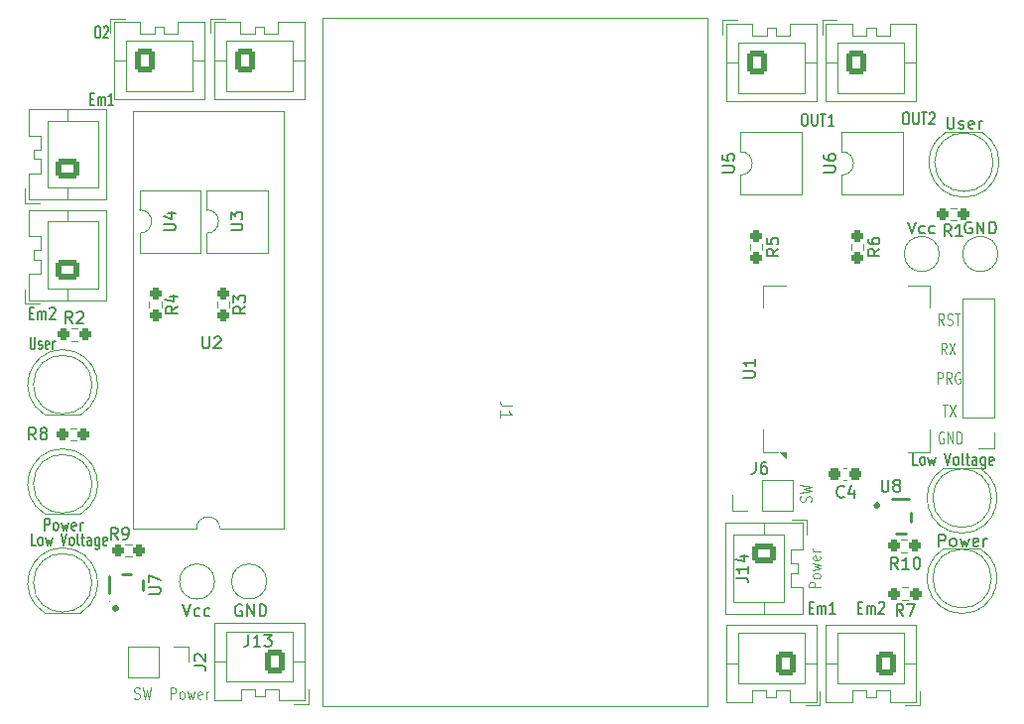
<source format=gbr>
%TF.GenerationSoftware,KiCad,Pcbnew,8.0.9-8.0.9-0~ubuntu22.04.1*%
%TF.CreationDate,2025-11-06T16:29:17+09:00*%
%TF.ProjectId,TweliteEmergencyStop,5477656c-6974-4654-956d-657267656e63,rev?*%
%TF.SameCoordinates,Original*%
%TF.FileFunction,Legend,Top*%
%TF.FilePolarity,Positive*%
%FSLAX46Y46*%
G04 Gerber Fmt 4.6, Leading zero omitted, Abs format (unit mm)*
G04 Created by KiCad (PCBNEW 8.0.9-8.0.9-0~ubuntu22.04.1) date 2025-11-06 16:29:17*
%MOMM*%
%LPD*%
G01*
G04 APERTURE LIST*
G04 Aperture macros list*
%AMRoundRect*
0 Rectangle with rounded corners*
0 $1 Rounding radius*
0 $2 $3 $4 $5 $6 $7 $8 $9 X,Y pos of 4 corners*
0 Add a 4 corners polygon primitive as box body*
4,1,4,$2,$3,$4,$5,$6,$7,$8,$9,$2,$3,0*
0 Add four circle primitives for the rounded corners*
1,1,$1+$1,$2,$3*
1,1,$1+$1,$4,$5*
1,1,$1+$1,$6,$7*
1,1,$1+$1,$8,$9*
0 Add four rect primitives between the rounded corners*
20,1,$1+$1,$2,$3,$4,$5,0*
20,1,$1+$1,$4,$5,$6,$7,0*
20,1,$1+$1,$6,$7,$8,$9,0*
20,1,$1+$1,$8,$9,$2,$3,0*%
%AMHorizOval*
0 Thick line with rounded ends*
0 $1 width*
0 $2 $3 position (X,Y) of the first rounded end (center of the circle)*
0 $4 $5 position (X,Y) of the second rounded end (center of the circle)*
0 Add line between two ends*
20,1,$1,$2,$3,$4,$5,0*
0 Add two circle primitives to create the rounded ends*
1,1,$1,$2,$3*
1,1,$1,$4,$5*%
G04 Aperture macros list end*
%ADD10C,0.125000*%
%ADD11C,0.150000*%
%ADD12C,0.100000*%
%ADD13C,0.120000*%
%ADD14C,0.254000*%
%ADD15C,0.300000*%
%ADD16C,0.059995*%
%ADD17RoundRect,0.250000X-0.600000X-0.725000X0.600000X-0.725000X0.600000X0.725000X-0.600000X0.725000X0*%
%ADD18O,1.700000X1.950000*%
%ADD19R,1.700000X1.700000*%
%ADD20O,1.700000X1.700000*%
%ADD21R,1.000000X0.600000*%
%ADD22RoundRect,0.250000X0.725000X-0.600000X0.725000X0.600000X-0.725000X0.600000X-0.725000X-0.600000X0*%
%ADD23O,1.950000X1.700000*%
%ADD24RoundRect,0.237500X-0.250000X-0.237500X0.250000X-0.237500X0.250000X0.237500X-0.250000X0.237500X0*%
%ADD25C,2.000000*%
%ADD26R,1.600000X1.600000*%
%ADD27O,1.600000X1.600000*%
%ADD28RoundRect,0.250000X0.600000X0.725000X-0.600000X0.725000X-0.600000X-0.725000X0.600000X-0.725000X0*%
%ADD29R,0.600000X1.000000*%
%ADD30RoundRect,0.237500X-0.237500X0.250000X-0.237500X-0.250000X0.237500X-0.250000X0.237500X0.250000X0*%
%ADD31C,1.700000*%
%ADD32C,5.600000*%
%ADD33R,1.800000X1.800000*%
%ADD34C,1.800000*%
%ADD35RoundRect,0.237500X0.250000X0.237500X-0.250000X0.237500X-0.250000X-0.237500X0.250000X-0.237500X0*%
%ADD36RoundRect,0.250000X-0.725000X0.600000X-0.725000X-0.600000X0.725000X-0.600000X0.725000X0.600000X0*%
%ADD37RoundRect,0.237500X0.300000X0.237500X-0.300000X0.237500X-0.300000X-0.237500X0.300000X-0.237500X0*%
%ADD38HorizOval,3.100000X0.424264X0.424264X-0.424264X-0.424264X0*%
%ADD39O,0.900000X1.400000*%
%ADD40O,1.400000X0.900000*%
%ADD41O,1.200000X0.900000*%
G04 APERTURE END LIST*
D10*
X230409378Y-66527119D02*
X230159378Y-66050928D01*
X229980807Y-66527119D02*
X229980807Y-65527119D01*
X229980807Y-65527119D02*
X230266521Y-65527119D01*
X230266521Y-65527119D02*
X230337950Y-65574738D01*
X230337950Y-65574738D02*
X230373664Y-65622357D01*
X230373664Y-65622357D02*
X230409378Y-65717595D01*
X230409378Y-65717595D02*
X230409378Y-65860452D01*
X230409378Y-65860452D02*
X230373664Y-65955690D01*
X230373664Y-65955690D02*
X230337950Y-66003309D01*
X230337950Y-66003309D02*
X230266521Y-66050928D01*
X230266521Y-66050928D02*
X229980807Y-66050928D01*
X230659378Y-65527119D02*
X231159378Y-66527119D01*
X231159378Y-65527119D02*
X230659378Y-66527119D01*
X229680807Y-69027119D02*
X229680807Y-68027119D01*
X229680807Y-68027119D02*
X229966521Y-68027119D01*
X229966521Y-68027119D02*
X230037950Y-68074738D01*
X230037950Y-68074738D02*
X230073664Y-68122357D01*
X230073664Y-68122357D02*
X230109378Y-68217595D01*
X230109378Y-68217595D02*
X230109378Y-68360452D01*
X230109378Y-68360452D02*
X230073664Y-68455690D01*
X230073664Y-68455690D02*
X230037950Y-68503309D01*
X230037950Y-68503309D02*
X229966521Y-68550928D01*
X229966521Y-68550928D02*
X229680807Y-68550928D01*
X230859378Y-69027119D02*
X230609378Y-68550928D01*
X230430807Y-69027119D02*
X230430807Y-68027119D01*
X230430807Y-68027119D02*
X230716521Y-68027119D01*
X230716521Y-68027119D02*
X230787950Y-68074738D01*
X230787950Y-68074738D02*
X230823664Y-68122357D01*
X230823664Y-68122357D02*
X230859378Y-68217595D01*
X230859378Y-68217595D02*
X230859378Y-68360452D01*
X230859378Y-68360452D02*
X230823664Y-68455690D01*
X230823664Y-68455690D02*
X230787950Y-68503309D01*
X230787950Y-68503309D02*
X230716521Y-68550928D01*
X230716521Y-68550928D02*
X230430807Y-68550928D01*
X231573664Y-68074738D02*
X231502236Y-68027119D01*
X231502236Y-68027119D02*
X231395093Y-68027119D01*
X231395093Y-68027119D02*
X231287950Y-68074738D01*
X231287950Y-68074738D02*
X231216521Y-68169976D01*
X231216521Y-68169976D02*
X231180807Y-68265214D01*
X231180807Y-68265214D02*
X231145093Y-68455690D01*
X231145093Y-68455690D02*
X231145093Y-68598547D01*
X231145093Y-68598547D02*
X231180807Y-68789023D01*
X231180807Y-68789023D02*
X231216521Y-68884261D01*
X231216521Y-68884261D02*
X231287950Y-68979500D01*
X231287950Y-68979500D02*
X231395093Y-69027119D01*
X231395093Y-69027119D02*
X231466521Y-69027119D01*
X231466521Y-69027119D02*
X231573664Y-68979500D01*
X231573664Y-68979500D02*
X231609378Y-68931880D01*
X231609378Y-68931880D02*
X231609378Y-68598547D01*
X231609378Y-68598547D02*
X231466521Y-68598547D01*
X218881500Y-79077383D02*
X218929119Y-78963097D01*
X218929119Y-78963097D02*
X218929119Y-78772621D01*
X218929119Y-78772621D02*
X218881500Y-78696430D01*
X218881500Y-78696430D02*
X218833880Y-78658335D01*
X218833880Y-78658335D02*
X218738642Y-78620240D01*
X218738642Y-78620240D02*
X218643404Y-78620240D01*
X218643404Y-78620240D02*
X218548166Y-78658335D01*
X218548166Y-78658335D02*
X218500547Y-78696430D01*
X218500547Y-78696430D02*
X218452928Y-78772621D01*
X218452928Y-78772621D02*
X218405309Y-78925002D01*
X218405309Y-78925002D02*
X218357690Y-79001192D01*
X218357690Y-79001192D02*
X218310071Y-79039287D01*
X218310071Y-79039287D02*
X218214833Y-79077383D01*
X218214833Y-79077383D02*
X218119595Y-79077383D01*
X218119595Y-79077383D02*
X218024357Y-79039287D01*
X218024357Y-79039287D02*
X217976738Y-79001192D01*
X217976738Y-79001192D02*
X217929119Y-78925002D01*
X217929119Y-78925002D02*
X217929119Y-78734525D01*
X217929119Y-78734525D02*
X217976738Y-78620240D01*
X217929119Y-78353573D02*
X218929119Y-78163097D01*
X218929119Y-78163097D02*
X218214833Y-78010716D01*
X218214833Y-78010716D02*
X218929119Y-77858335D01*
X218929119Y-77858335D02*
X217929119Y-77667859D01*
X164212712Y-95947119D02*
X164212712Y-94947119D01*
X164212712Y-94947119D02*
X164517474Y-94947119D01*
X164517474Y-94947119D02*
X164593664Y-94994738D01*
X164593664Y-94994738D02*
X164631759Y-95042357D01*
X164631759Y-95042357D02*
X164669855Y-95137595D01*
X164669855Y-95137595D02*
X164669855Y-95280452D01*
X164669855Y-95280452D02*
X164631759Y-95375690D01*
X164631759Y-95375690D02*
X164593664Y-95423309D01*
X164593664Y-95423309D02*
X164517474Y-95470928D01*
X164517474Y-95470928D02*
X164212712Y-95470928D01*
X165126997Y-95947119D02*
X165050807Y-95899500D01*
X165050807Y-95899500D02*
X165012712Y-95851880D01*
X165012712Y-95851880D02*
X164974616Y-95756642D01*
X164974616Y-95756642D02*
X164974616Y-95470928D01*
X164974616Y-95470928D02*
X165012712Y-95375690D01*
X165012712Y-95375690D02*
X165050807Y-95328071D01*
X165050807Y-95328071D02*
X165126997Y-95280452D01*
X165126997Y-95280452D02*
X165241283Y-95280452D01*
X165241283Y-95280452D02*
X165317474Y-95328071D01*
X165317474Y-95328071D02*
X165355569Y-95375690D01*
X165355569Y-95375690D02*
X165393664Y-95470928D01*
X165393664Y-95470928D02*
X165393664Y-95756642D01*
X165393664Y-95756642D02*
X165355569Y-95851880D01*
X165355569Y-95851880D02*
X165317474Y-95899500D01*
X165317474Y-95899500D02*
X165241283Y-95947119D01*
X165241283Y-95947119D02*
X165126997Y-95947119D01*
X165660331Y-95280452D02*
X165812712Y-95947119D01*
X165812712Y-95947119D02*
X165965093Y-95470928D01*
X165965093Y-95470928D02*
X166117474Y-95947119D01*
X166117474Y-95947119D02*
X166269855Y-95280452D01*
X166879379Y-95899500D02*
X166803188Y-95947119D01*
X166803188Y-95947119D02*
X166650807Y-95947119D01*
X166650807Y-95947119D02*
X166574617Y-95899500D01*
X166574617Y-95899500D02*
X166536521Y-95804261D01*
X166536521Y-95804261D02*
X166536521Y-95423309D01*
X166536521Y-95423309D02*
X166574617Y-95328071D01*
X166574617Y-95328071D02*
X166650807Y-95280452D01*
X166650807Y-95280452D02*
X166803188Y-95280452D01*
X166803188Y-95280452D02*
X166879379Y-95328071D01*
X166879379Y-95328071D02*
X166917474Y-95423309D01*
X166917474Y-95423309D02*
X166917474Y-95518547D01*
X166917474Y-95518547D02*
X166536521Y-95613785D01*
X167260331Y-95947119D02*
X167260331Y-95280452D01*
X167260331Y-95470928D02*
X167298426Y-95375690D01*
X167298426Y-95375690D02*
X167336521Y-95328071D01*
X167336521Y-95328071D02*
X167412712Y-95280452D01*
X167412712Y-95280452D02*
X167488902Y-95280452D01*
X161126616Y-95899500D02*
X161240902Y-95947119D01*
X161240902Y-95947119D02*
X161431378Y-95947119D01*
X161431378Y-95947119D02*
X161507569Y-95899500D01*
X161507569Y-95899500D02*
X161545664Y-95851880D01*
X161545664Y-95851880D02*
X161583759Y-95756642D01*
X161583759Y-95756642D02*
X161583759Y-95661404D01*
X161583759Y-95661404D02*
X161545664Y-95566166D01*
X161545664Y-95566166D02*
X161507569Y-95518547D01*
X161507569Y-95518547D02*
X161431378Y-95470928D01*
X161431378Y-95470928D02*
X161278997Y-95423309D01*
X161278997Y-95423309D02*
X161202807Y-95375690D01*
X161202807Y-95375690D02*
X161164712Y-95328071D01*
X161164712Y-95328071D02*
X161126616Y-95232833D01*
X161126616Y-95232833D02*
X161126616Y-95137595D01*
X161126616Y-95137595D02*
X161164712Y-95042357D01*
X161164712Y-95042357D02*
X161202807Y-94994738D01*
X161202807Y-94994738D02*
X161278997Y-94947119D01*
X161278997Y-94947119D02*
X161469474Y-94947119D01*
X161469474Y-94947119D02*
X161583759Y-94994738D01*
X161850426Y-94947119D02*
X162040902Y-95947119D01*
X162040902Y-95947119D02*
X162193283Y-95232833D01*
X162193283Y-95232833D02*
X162345664Y-95947119D01*
X162345664Y-95947119D02*
X162536141Y-94947119D01*
X230209378Y-64027119D02*
X229959378Y-63550928D01*
X229780807Y-64027119D02*
X229780807Y-63027119D01*
X229780807Y-63027119D02*
X230066521Y-63027119D01*
X230066521Y-63027119D02*
X230137950Y-63074738D01*
X230137950Y-63074738D02*
X230173664Y-63122357D01*
X230173664Y-63122357D02*
X230209378Y-63217595D01*
X230209378Y-63217595D02*
X230209378Y-63360452D01*
X230209378Y-63360452D02*
X230173664Y-63455690D01*
X230173664Y-63455690D02*
X230137950Y-63503309D01*
X230137950Y-63503309D02*
X230066521Y-63550928D01*
X230066521Y-63550928D02*
X229780807Y-63550928D01*
X230495093Y-63979500D02*
X230602236Y-64027119D01*
X230602236Y-64027119D02*
X230780807Y-64027119D01*
X230780807Y-64027119D02*
X230852236Y-63979500D01*
X230852236Y-63979500D02*
X230887950Y-63931880D01*
X230887950Y-63931880D02*
X230923664Y-63836642D01*
X230923664Y-63836642D02*
X230923664Y-63741404D01*
X230923664Y-63741404D02*
X230887950Y-63646166D01*
X230887950Y-63646166D02*
X230852236Y-63598547D01*
X230852236Y-63598547D02*
X230780807Y-63550928D01*
X230780807Y-63550928D02*
X230637950Y-63503309D01*
X230637950Y-63503309D02*
X230566521Y-63455690D01*
X230566521Y-63455690D02*
X230530807Y-63408071D01*
X230530807Y-63408071D02*
X230495093Y-63312833D01*
X230495093Y-63312833D02*
X230495093Y-63217595D01*
X230495093Y-63217595D02*
X230530807Y-63122357D01*
X230530807Y-63122357D02*
X230566521Y-63074738D01*
X230566521Y-63074738D02*
X230637950Y-63027119D01*
X230637950Y-63027119D02*
X230816521Y-63027119D01*
X230816521Y-63027119D02*
X230923664Y-63074738D01*
X231137950Y-63027119D02*
X231566522Y-63027119D01*
X231352236Y-64027119D02*
X231352236Y-63027119D01*
X230073664Y-70827119D02*
X230502236Y-70827119D01*
X230287950Y-71827119D02*
X230287950Y-70827119D01*
X230680807Y-70827119D02*
X231180807Y-71827119D01*
X231180807Y-70827119D02*
X230680807Y-71827119D01*
X219691119Y-86405287D02*
X218691119Y-86405287D01*
X218691119Y-86405287D02*
X218691119Y-86100525D01*
X218691119Y-86100525D02*
X218738738Y-86024335D01*
X218738738Y-86024335D02*
X218786357Y-85986240D01*
X218786357Y-85986240D02*
X218881595Y-85948144D01*
X218881595Y-85948144D02*
X219024452Y-85948144D01*
X219024452Y-85948144D02*
X219119690Y-85986240D01*
X219119690Y-85986240D02*
X219167309Y-86024335D01*
X219167309Y-86024335D02*
X219214928Y-86100525D01*
X219214928Y-86100525D02*
X219214928Y-86405287D01*
X219691119Y-85491002D02*
X219643500Y-85567192D01*
X219643500Y-85567192D02*
X219595880Y-85605287D01*
X219595880Y-85605287D02*
X219500642Y-85643383D01*
X219500642Y-85643383D02*
X219214928Y-85643383D01*
X219214928Y-85643383D02*
X219119690Y-85605287D01*
X219119690Y-85605287D02*
X219072071Y-85567192D01*
X219072071Y-85567192D02*
X219024452Y-85491002D01*
X219024452Y-85491002D02*
X219024452Y-85376716D01*
X219024452Y-85376716D02*
X219072071Y-85300525D01*
X219072071Y-85300525D02*
X219119690Y-85262430D01*
X219119690Y-85262430D02*
X219214928Y-85224335D01*
X219214928Y-85224335D02*
X219500642Y-85224335D01*
X219500642Y-85224335D02*
X219595880Y-85262430D01*
X219595880Y-85262430D02*
X219643500Y-85300525D01*
X219643500Y-85300525D02*
X219691119Y-85376716D01*
X219691119Y-85376716D02*
X219691119Y-85491002D01*
X219024452Y-84957668D02*
X219691119Y-84805287D01*
X219691119Y-84805287D02*
X219214928Y-84652906D01*
X219214928Y-84652906D02*
X219691119Y-84500525D01*
X219691119Y-84500525D02*
X219024452Y-84348144D01*
X219643500Y-83738620D02*
X219691119Y-83814811D01*
X219691119Y-83814811D02*
X219691119Y-83967192D01*
X219691119Y-83967192D02*
X219643500Y-84043382D01*
X219643500Y-84043382D02*
X219548261Y-84081478D01*
X219548261Y-84081478D02*
X219167309Y-84081478D01*
X219167309Y-84081478D02*
X219072071Y-84043382D01*
X219072071Y-84043382D02*
X219024452Y-83967192D01*
X219024452Y-83967192D02*
X219024452Y-83814811D01*
X219024452Y-83814811D02*
X219072071Y-83738620D01*
X219072071Y-83738620D02*
X219167309Y-83700525D01*
X219167309Y-83700525D02*
X219262547Y-83700525D01*
X219262547Y-83700525D02*
X219357785Y-84081478D01*
X219691119Y-83357668D02*
X219024452Y-83357668D01*
X219214928Y-83357668D02*
X219119690Y-83319573D01*
X219119690Y-83319573D02*
X219072071Y-83281478D01*
X219072071Y-83281478D02*
X219024452Y-83205287D01*
X219024452Y-83205287D02*
X219024452Y-83129097D01*
X230173664Y-73174738D02*
X230102236Y-73127119D01*
X230102236Y-73127119D02*
X229995093Y-73127119D01*
X229995093Y-73127119D02*
X229887950Y-73174738D01*
X229887950Y-73174738D02*
X229816521Y-73269976D01*
X229816521Y-73269976D02*
X229780807Y-73365214D01*
X229780807Y-73365214D02*
X229745093Y-73555690D01*
X229745093Y-73555690D02*
X229745093Y-73698547D01*
X229745093Y-73698547D02*
X229780807Y-73889023D01*
X229780807Y-73889023D02*
X229816521Y-73984261D01*
X229816521Y-73984261D02*
X229887950Y-74079500D01*
X229887950Y-74079500D02*
X229995093Y-74127119D01*
X229995093Y-74127119D02*
X230066521Y-74127119D01*
X230066521Y-74127119D02*
X230173664Y-74079500D01*
X230173664Y-74079500D02*
X230209378Y-74031880D01*
X230209378Y-74031880D02*
X230209378Y-73698547D01*
X230209378Y-73698547D02*
X230066521Y-73698547D01*
X230530807Y-74127119D02*
X230530807Y-73127119D01*
X230530807Y-73127119D02*
X230959378Y-74127119D01*
X230959378Y-74127119D02*
X230959378Y-73127119D01*
X231316521Y-74127119D02*
X231316521Y-73127119D01*
X231316521Y-73127119D02*
X231495092Y-73127119D01*
X231495092Y-73127119D02*
X231602235Y-73174738D01*
X231602235Y-73174738D02*
X231673664Y-73269976D01*
X231673664Y-73269976D02*
X231709378Y-73365214D01*
X231709378Y-73365214D02*
X231745092Y-73555690D01*
X231745092Y-73555690D02*
X231745092Y-73698547D01*
X231745092Y-73698547D02*
X231709378Y-73889023D01*
X231709378Y-73889023D02*
X231673664Y-73984261D01*
X231673664Y-73984261D02*
X231602235Y-74079500D01*
X231602235Y-74079500D02*
X231495092Y-74127119D01*
X231495092Y-74127119D02*
X231316521Y-74127119D01*
D11*
X166232819Y-93107333D02*
X166947104Y-93107333D01*
X166947104Y-93107333D02*
X167089961Y-93154952D01*
X167089961Y-93154952D02*
X167185200Y-93250190D01*
X167185200Y-93250190D02*
X167232819Y-93393047D01*
X167232819Y-93393047D02*
X167232819Y-93488285D01*
X166328057Y-92678761D02*
X166280438Y-92631142D01*
X166280438Y-92631142D02*
X166232819Y-92535904D01*
X166232819Y-92535904D02*
X166232819Y-92297809D01*
X166232819Y-92297809D02*
X166280438Y-92202571D01*
X166280438Y-92202571D02*
X166328057Y-92154952D01*
X166328057Y-92154952D02*
X166423295Y-92107333D01*
X166423295Y-92107333D02*
X166518533Y-92107333D01*
X166518533Y-92107333D02*
X166661390Y-92154952D01*
X166661390Y-92154952D02*
X167232819Y-92726380D01*
X167232819Y-92726380D02*
X167232819Y-92107333D01*
X224900095Y-77242819D02*
X224900095Y-78052342D01*
X224900095Y-78052342D02*
X224947714Y-78147580D01*
X224947714Y-78147580D02*
X224995333Y-78195200D01*
X224995333Y-78195200D02*
X225090571Y-78242819D01*
X225090571Y-78242819D02*
X225281047Y-78242819D01*
X225281047Y-78242819D02*
X225376285Y-78195200D01*
X225376285Y-78195200D02*
X225423904Y-78147580D01*
X225423904Y-78147580D02*
X225471523Y-78052342D01*
X225471523Y-78052342D02*
X225471523Y-77242819D01*
X226090571Y-77671390D02*
X225995333Y-77623771D01*
X225995333Y-77623771D02*
X225947714Y-77576152D01*
X225947714Y-77576152D02*
X225900095Y-77480914D01*
X225900095Y-77480914D02*
X225900095Y-77433295D01*
X225900095Y-77433295D02*
X225947714Y-77338057D01*
X225947714Y-77338057D02*
X225995333Y-77290438D01*
X225995333Y-77290438D02*
X226090571Y-77242819D01*
X226090571Y-77242819D02*
X226281047Y-77242819D01*
X226281047Y-77242819D02*
X226376285Y-77290438D01*
X226376285Y-77290438D02*
X226423904Y-77338057D01*
X226423904Y-77338057D02*
X226471523Y-77433295D01*
X226471523Y-77433295D02*
X226471523Y-77480914D01*
X226471523Y-77480914D02*
X226423904Y-77576152D01*
X226423904Y-77576152D02*
X226376285Y-77623771D01*
X226376285Y-77623771D02*
X226281047Y-77671390D01*
X226281047Y-77671390D02*
X226090571Y-77671390D01*
X226090571Y-77671390D02*
X225995333Y-77719009D01*
X225995333Y-77719009D02*
X225947714Y-77766628D01*
X225947714Y-77766628D02*
X225900095Y-77861866D01*
X225900095Y-77861866D02*
X225900095Y-78052342D01*
X225900095Y-78052342D02*
X225947714Y-78147580D01*
X225947714Y-78147580D02*
X225995333Y-78195200D01*
X225995333Y-78195200D02*
X226090571Y-78242819D01*
X226090571Y-78242819D02*
X226281047Y-78242819D01*
X226281047Y-78242819D02*
X226376285Y-78195200D01*
X226376285Y-78195200D02*
X226423904Y-78147580D01*
X226423904Y-78147580D02*
X226471523Y-78052342D01*
X226471523Y-78052342D02*
X226471523Y-77861866D01*
X226471523Y-77861866D02*
X226423904Y-77766628D01*
X226423904Y-77766628D02*
X226376285Y-77719009D01*
X226376285Y-77719009D02*
X226281047Y-77671390D01*
X152186285Y-62987009D02*
X152452951Y-62987009D01*
X152567237Y-63510819D02*
X152186285Y-63510819D01*
X152186285Y-63510819D02*
X152186285Y-62510819D01*
X152186285Y-62510819D02*
X152567237Y-62510819D01*
X152910095Y-63510819D02*
X152910095Y-62844152D01*
X152910095Y-62939390D02*
X152948190Y-62891771D01*
X152948190Y-62891771D02*
X153024380Y-62844152D01*
X153024380Y-62844152D02*
X153138666Y-62844152D01*
X153138666Y-62844152D02*
X153214857Y-62891771D01*
X153214857Y-62891771D02*
X153252952Y-62987009D01*
X153252952Y-62987009D02*
X153252952Y-63510819D01*
X153252952Y-62987009D02*
X153291047Y-62891771D01*
X153291047Y-62891771D02*
X153367238Y-62844152D01*
X153367238Y-62844152D02*
X153481523Y-62844152D01*
X153481523Y-62844152D02*
X153557714Y-62891771D01*
X153557714Y-62891771D02*
X153595809Y-62987009D01*
X153595809Y-62987009D02*
X153595809Y-63510819D01*
X153938666Y-62606057D02*
X153976762Y-62558438D01*
X153976762Y-62558438D02*
X154052952Y-62510819D01*
X154052952Y-62510819D02*
X154243428Y-62510819D01*
X154243428Y-62510819D02*
X154319619Y-62558438D01*
X154319619Y-62558438D02*
X154357714Y-62606057D01*
X154357714Y-62606057D02*
X154395809Y-62701295D01*
X154395809Y-62701295D02*
X154395809Y-62796533D01*
X154395809Y-62796533D02*
X154357714Y-62939390D01*
X154357714Y-62939390D02*
X153900571Y-63510819D01*
X153900571Y-63510819D02*
X154395809Y-63510819D01*
X155840833Y-63858819D02*
X155507500Y-63382628D01*
X155269405Y-63858819D02*
X155269405Y-62858819D01*
X155269405Y-62858819D02*
X155650357Y-62858819D01*
X155650357Y-62858819D02*
X155745595Y-62906438D01*
X155745595Y-62906438D02*
X155793214Y-62954057D01*
X155793214Y-62954057D02*
X155840833Y-63049295D01*
X155840833Y-63049295D02*
X155840833Y-63192152D01*
X155840833Y-63192152D02*
X155793214Y-63287390D01*
X155793214Y-63287390D02*
X155745595Y-63335009D01*
X155745595Y-63335009D02*
X155650357Y-63382628D01*
X155650357Y-63382628D02*
X155269405Y-63382628D01*
X156221786Y-62954057D02*
X156269405Y-62906438D01*
X156269405Y-62906438D02*
X156364643Y-62858819D01*
X156364643Y-62858819D02*
X156602738Y-62858819D01*
X156602738Y-62858819D02*
X156697976Y-62906438D01*
X156697976Y-62906438D02*
X156745595Y-62954057D01*
X156745595Y-62954057D02*
X156793214Y-63049295D01*
X156793214Y-63049295D02*
X156793214Y-63144533D01*
X156793214Y-63144533D02*
X156745595Y-63287390D01*
X156745595Y-63287390D02*
X156174167Y-63858819D01*
X156174167Y-63858819D02*
X156793214Y-63858819D01*
X165289524Y-87870819D02*
X165622857Y-88870819D01*
X165622857Y-88870819D02*
X165956190Y-87870819D01*
X166718095Y-88823200D02*
X166622857Y-88870819D01*
X166622857Y-88870819D02*
X166432381Y-88870819D01*
X166432381Y-88870819D02*
X166337143Y-88823200D01*
X166337143Y-88823200D02*
X166289524Y-88775580D01*
X166289524Y-88775580D02*
X166241905Y-88680342D01*
X166241905Y-88680342D02*
X166241905Y-88394628D01*
X166241905Y-88394628D02*
X166289524Y-88299390D01*
X166289524Y-88299390D02*
X166337143Y-88251771D01*
X166337143Y-88251771D02*
X166432381Y-88204152D01*
X166432381Y-88204152D02*
X166622857Y-88204152D01*
X166622857Y-88204152D02*
X166718095Y-88251771D01*
X167575238Y-88823200D02*
X167480000Y-88870819D01*
X167480000Y-88870819D02*
X167289524Y-88870819D01*
X167289524Y-88870819D02*
X167194286Y-88823200D01*
X167194286Y-88823200D02*
X167146667Y-88775580D01*
X167146667Y-88775580D02*
X167099048Y-88680342D01*
X167099048Y-88680342D02*
X167099048Y-88394628D01*
X167099048Y-88394628D02*
X167146667Y-88299390D01*
X167146667Y-88299390D02*
X167194286Y-88251771D01*
X167194286Y-88251771D02*
X167289524Y-88204152D01*
X167289524Y-88204152D02*
X167480000Y-88204152D01*
X167480000Y-88204152D02*
X167575238Y-88251771D01*
X219947819Y-50980904D02*
X220757342Y-50980904D01*
X220757342Y-50980904D02*
X220852580Y-50933285D01*
X220852580Y-50933285D02*
X220900200Y-50885666D01*
X220900200Y-50885666D02*
X220947819Y-50790428D01*
X220947819Y-50790428D02*
X220947819Y-50599952D01*
X220947819Y-50599952D02*
X220900200Y-50504714D01*
X220900200Y-50504714D02*
X220852580Y-50457095D01*
X220852580Y-50457095D02*
X220757342Y-50409476D01*
X220757342Y-50409476D02*
X219947819Y-50409476D01*
X219947819Y-49504714D02*
X219947819Y-49695190D01*
X219947819Y-49695190D02*
X219995438Y-49790428D01*
X219995438Y-49790428D02*
X220043057Y-49838047D01*
X220043057Y-49838047D02*
X220185914Y-49933285D01*
X220185914Y-49933285D02*
X220376390Y-49980904D01*
X220376390Y-49980904D02*
X220757342Y-49980904D01*
X220757342Y-49980904D02*
X220852580Y-49933285D01*
X220852580Y-49933285D02*
X220900200Y-49885666D01*
X220900200Y-49885666D02*
X220947819Y-49790428D01*
X220947819Y-49790428D02*
X220947819Y-49599952D01*
X220947819Y-49599952D02*
X220900200Y-49504714D01*
X220900200Y-49504714D02*
X220852580Y-49457095D01*
X220852580Y-49457095D02*
X220757342Y-49409476D01*
X220757342Y-49409476D02*
X220519247Y-49409476D01*
X220519247Y-49409476D02*
X220424009Y-49457095D01*
X220424009Y-49457095D02*
X220376390Y-49504714D01*
X220376390Y-49504714D02*
X220328771Y-49599952D01*
X220328771Y-49599952D02*
X220328771Y-49790428D01*
X220328771Y-49790428D02*
X220376390Y-49885666D01*
X220376390Y-49885666D02*
X220424009Y-49933285D01*
X220424009Y-49933285D02*
X220519247Y-49980904D01*
X170877476Y-90450819D02*
X170877476Y-91165104D01*
X170877476Y-91165104D02*
X170829857Y-91307961D01*
X170829857Y-91307961D02*
X170734619Y-91403200D01*
X170734619Y-91403200D02*
X170591762Y-91450819D01*
X170591762Y-91450819D02*
X170496524Y-91450819D01*
X171877476Y-91450819D02*
X171306048Y-91450819D01*
X171591762Y-91450819D02*
X171591762Y-90450819D01*
X171591762Y-90450819D02*
X171496524Y-90593676D01*
X171496524Y-90593676D02*
X171401286Y-90688914D01*
X171401286Y-90688914D02*
X171306048Y-90736533D01*
X172210810Y-90450819D02*
X172829857Y-90450819D01*
X172829857Y-90450819D02*
X172496524Y-90831771D01*
X172496524Y-90831771D02*
X172639381Y-90831771D01*
X172639381Y-90831771D02*
X172734619Y-90879390D01*
X172734619Y-90879390D02*
X172782238Y-90927009D01*
X172782238Y-90927009D02*
X172829857Y-91022247D01*
X172829857Y-91022247D02*
X172829857Y-91260342D01*
X172829857Y-91260342D02*
X172782238Y-91355580D01*
X172782238Y-91355580D02*
X172734619Y-91403200D01*
X172734619Y-91403200D02*
X172639381Y-91450819D01*
X172639381Y-91450819D02*
X172353667Y-91450819D01*
X172353667Y-91450819D02*
X172258429Y-91403200D01*
X172258429Y-91403200D02*
X172210810Y-91355580D01*
X218258048Y-46000819D02*
X218410429Y-46000819D01*
X218410429Y-46000819D02*
X218486619Y-46048438D01*
X218486619Y-46048438D02*
X218562810Y-46143676D01*
X218562810Y-46143676D02*
X218600905Y-46334152D01*
X218600905Y-46334152D02*
X218600905Y-46667485D01*
X218600905Y-46667485D02*
X218562810Y-46857961D01*
X218562810Y-46857961D02*
X218486619Y-46953200D01*
X218486619Y-46953200D02*
X218410429Y-47000819D01*
X218410429Y-47000819D02*
X218258048Y-47000819D01*
X218258048Y-47000819D02*
X218181857Y-46953200D01*
X218181857Y-46953200D02*
X218105667Y-46857961D01*
X218105667Y-46857961D02*
X218067571Y-46667485D01*
X218067571Y-46667485D02*
X218067571Y-46334152D01*
X218067571Y-46334152D02*
X218105667Y-46143676D01*
X218105667Y-46143676D02*
X218181857Y-46048438D01*
X218181857Y-46048438D02*
X218258048Y-46000819D01*
X218943762Y-46000819D02*
X218943762Y-46810342D01*
X218943762Y-46810342D02*
X218981857Y-46905580D01*
X218981857Y-46905580D02*
X219019952Y-46953200D01*
X219019952Y-46953200D02*
X219096143Y-47000819D01*
X219096143Y-47000819D02*
X219248524Y-47000819D01*
X219248524Y-47000819D02*
X219324714Y-46953200D01*
X219324714Y-46953200D02*
X219362809Y-46905580D01*
X219362809Y-46905580D02*
X219400905Y-46810342D01*
X219400905Y-46810342D02*
X219400905Y-46000819D01*
X219667571Y-46000819D02*
X220124714Y-46000819D01*
X219896142Y-47000819D02*
X219896142Y-46000819D01*
X220810428Y-47000819D02*
X220353285Y-47000819D01*
X220581857Y-47000819D02*
X220581857Y-46000819D01*
X220581857Y-46000819D02*
X220505666Y-46143676D01*
X220505666Y-46143676D02*
X220429476Y-46238914D01*
X220429476Y-46238914D02*
X220353285Y-46286533D01*
X162378819Y-86962894D02*
X163188342Y-86962894D01*
X163188342Y-86962894D02*
X163283580Y-86915275D01*
X163283580Y-86915275D02*
X163331200Y-86867656D01*
X163331200Y-86867656D02*
X163378819Y-86772418D01*
X163378819Y-86772418D02*
X163378819Y-86581942D01*
X163378819Y-86581942D02*
X163331200Y-86486704D01*
X163331200Y-86486704D02*
X163283580Y-86439085D01*
X163283580Y-86439085D02*
X163188342Y-86391466D01*
X163188342Y-86391466D02*
X162378819Y-86391466D01*
X162378819Y-86010513D02*
X162378819Y-85343847D01*
X162378819Y-85343847D02*
X163378819Y-85772418D01*
X163653819Y-55953904D02*
X164463342Y-55953904D01*
X164463342Y-55953904D02*
X164558580Y-55906285D01*
X164558580Y-55906285D02*
X164606200Y-55858666D01*
X164606200Y-55858666D02*
X164653819Y-55763428D01*
X164653819Y-55763428D02*
X164653819Y-55572952D01*
X164653819Y-55572952D02*
X164606200Y-55477714D01*
X164606200Y-55477714D02*
X164558580Y-55430095D01*
X164558580Y-55430095D02*
X164463342Y-55382476D01*
X164463342Y-55382476D02*
X163653819Y-55382476D01*
X163987152Y-54477714D02*
X164653819Y-54477714D01*
X163606200Y-54715809D02*
X164320485Y-54953904D01*
X164320485Y-54953904D02*
X164320485Y-54334857D01*
X227129524Y-55210819D02*
X227462857Y-56210819D01*
X227462857Y-56210819D02*
X227796190Y-55210819D01*
X228558095Y-56163200D02*
X228462857Y-56210819D01*
X228462857Y-56210819D02*
X228272381Y-56210819D01*
X228272381Y-56210819D02*
X228177143Y-56163200D01*
X228177143Y-56163200D02*
X228129524Y-56115580D01*
X228129524Y-56115580D02*
X228081905Y-56020342D01*
X228081905Y-56020342D02*
X228081905Y-55734628D01*
X228081905Y-55734628D02*
X228129524Y-55639390D01*
X228129524Y-55639390D02*
X228177143Y-55591771D01*
X228177143Y-55591771D02*
X228272381Y-55544152D01*
X228272381Y-55544152D02*
X228462857Y-55544152D01*
X228462857Y-55544152D02*
X228558095Y-55591771D01*
X229415238Y-56163200D02*
X229320000Y-56210819D01*
X229320000Y-56210819D02*
X229129524Y-56210819D01*
X229129524Y-56210819D02*
X229034286Y-56163200D01*
X229034286Y-56163200D02*
X228986667Y-56115580D01*
X228986667Y-56115580D02*
X228939048Y-56020342D01*
X228939048Y-56020342D02*
X228939048Y-55734628D01*
X228939048Y-55734628D02*
X228986667Y-55639390D01*
X228986667Y-55639390D02*
X229034286Y-55591771D01*
X229034286Y-55591771D02*
X229129524Y-55544152D01*
X229129524Y-55544152D02*
X229320000Y-55544152D01*
X229320000Y-55544152D02*
X229415238Y-55591771D01*
X164804819Y-62422666D02*
X164328628Y-62755999D01*
X164804819Y-62994094D02*
X163804819Y-62994094D01*
X163804819Y-62994094D02*
X163804819Y-62613142D01*
X163804819Y-62613142D02*
X163852438Y-62517904D01*
X163852438Y-62517904D02*
X163900057Y-62470285D01*
X163900057Y-62470285D02*
X163995295Y-62422666D01*
X163995295Y-62422666D02*
X164138152Y-62422666D01*
X164138152Y-62422666D02*
X164233390Y-62470285D01*
X164233390Y-62470285D02*
X164281009Y-62517904D01*
X164281009Y-62517904D02*
X164328628Y-62613142D01*
X164328628Y-62613142D02*
X164328628Y-62994094D01*
X164138152Y-61565523D02*
X164804819Y-61565523D01*
X163757200Y-61803618D02*
X164471485Y-62041713D01*
X164471485Y-62041713D02*
X164471485Y-61422666D01*
D12*
X193362580Y-70922666D02*
X192648295Y-70922666D01*
X192648295Y-70922666D02*
X192505438Y-70875047D01*
X192505438Y-70875047D02*
X192410200Y-70779809D01*
X192410200Y-70779809D02*
X192362580Y-70636952D01*
X192362580Y-70636952D02*
X192362580Y-70541714D01*
X192362580Y-71922666D02*
X192362580Y-71351238D01*
X192362580Y-71636952D02*
X193362580Y-71636952D01*
X193362580Y-71636952D02*
X193219723Y-71541714D01*
X193219723Y-71541714D02*
X193124485Y-71446476D01*
X193124485Y-71446476D02*
X193076866Y-71351238D01*
D11*
X222905285Y-88133009D02*
X223171951Y-88133009D01*
X223286237Y-88656819D02*
X222905285Y-88656819D01*
X222905285Y-88656819D02*
X222905285Y-87656819D01*
X222905285Y-87656819D02*
X223286237Y-87656819D01*
X223629095Y-88656819D02*
X223629095Y-87990152D01*
X223629095Y-88085390D02*
X223667190Y-88037771D01*
X223667190Y-88037771D02*
X223743380Y-87990152D01*
X223743380Y-87990152D02*
X223857666Y-87990152D01*
X223857666Y-87990152D02*
X223933857Y-88037771D01*
X223933857Y-88037771D02*
X223971952Y-88133009D01*
X223971952Y-88133009D02*
X223971952Y-88656819D01*
X223971952Y-88133009D02*
X224010047Y-88037771D01*
X224010047Y-88037771D02*
X224086238Y-87990152D01*
X224086238Y-87990152D02*
X224200523Y-87990152D01*
X224200523Y-87990152D02*
X224276714Y-88037771D01*
X224276714Y-88037771D02*
X224314809Y-88133009D01*
X224314809Y-88133009D02*
X224314809Y-88656819D01*
X224657666Y-87752057D02*
X224695762Y-87704438D01*
X224695762Y-87704438D02*
X224771952Y-87656819D01*
X224771952Y-87656819D02*
X224962428Y-87656819D01*
X224962428Y-87656819D02*
X225038619Y-87704438D01*
X225038619Y-87704438D02*
X225076714Y-87752057D01*
X225076714Y-87752057D02*
X225114809Y-87847295D01*
X225114809Y-87847295D02*
X225114809Y-87942533D01*
X225114809Y-87942533D02*
X225076714Y-88085390D01*
X225076714Y-88085390D02*
X224619571Y-88656819D01*
X224619571Y-88656819D02*
X225114809Y-88656819D01*
X169368819Y-55953904D02*
X170178342Y-55953904D01*
X170178342Y-55953904D02*
X170273580Y-55906285D01*
X170273580Y-55906285D02*
X170321200Y-55858666D01*
X170321200Y-55858666D02*
X170368819Y-55763428D01*
X170368819Y-55763428D02*
X170368819Y-55572952D01*
X170368819Y-55572952D02*
X170321200Y-55477714D01*
X170321200Y-55477714D02*
X170273580Y-55430095D01*
X170273580Y-55430095D02*
X170178342Y-55382476D01*
X170178342Y-55382476D02*
X169368819Y-55382476D01*
X169368819Y-55001523D02*
X169368819Y-54382476D01*
X169368819Y-54382476D02*
X169749771Y-54715809D01*
X169749771Y-54715809D02*
X169749771Y-54572952D01*
X169749771Y-54572952D02*
X169797390Y-54477714D01*
X169797390Y-54477714D02*
X169845009Y-54430095D01*
X169845009Y-54430095D02*
X169940247Y-54382476D01*
X169940247Y-54382476D02*
X170178342Y-54382476D01*
X170178342Y-54382476D02*
X170273580Y-54430095D01*
X170273580Y-54430095D02*
X170321200Y-54477714D01*
X170321200Y-54477714D02*
X170368819Y-54572952D01*
X170368819Y-54572952D02*
X170368819Y-54858666D01*
X170368819Y-54858666D02*
X170321200Y-54953904D01*
X170321200Y-54953904D02*
X170273580Y-55001523D01*
X166956095Y-65010819D02*
X166956095Y-65820342D01*
X166956095Y-65820342D02*
X167003714Y-65915580D01*
X167003714Y-65915580D02*
X167051333Y-65963200D01*
X167051333Y-65963200D02*
X167146571Y-66010819D01*
X167146571Y-66010819D02*
X167337047Y-66010819D01*
X167337047Y-66010819D02*
X167432285Y-65963200D01*
X167432285Y-65963200D02*
X167479904Y-65915580D01*
X167479904Y-65915580D02*
X167527523Y-65820342D01*
X167527523Y-65820342D02*
X167527523Y-65010819D01*
X167956095Y-65106057D02*
X168003714Y-65058438D01*
X168003714Y-65058438D02*
X168098952Y-65010819D01*
X168098952Y-65010819D02*
X168337047Y-65010819D01*
X168337047Y-65010819D02*
X168432285Y-65058438D01*
X168432285Y-65058438D02*
X168479904Y-65106057D01*
X168479904Y-65106057D02*
X168527523Y-65201295D01*
X168527523Y-65201295D02*
X168527523Y-65296533D01*
X168527523Y-65296533D02*
X168479904Y-65439390D01*
X168479904Y-65439390D02*
X167908476Y-66010819D01*
X167908476Y-66010819D02*
X168527523Y-66010819D01*
X232558095Y-55258438D02*
X232462857Y-55210819D01*
X232462857Y-55210819D02*
X232320000Y-55210819D01*
X232320000Y-55210819D02*
X232177143Y-55258438D01*
X232177143Y-55258438D02*
X232081905Y-55353676D01*
X232081905Y-55353676D02*
X232034286Y-55448914D01*
X232034286Y-55448914D02*
X231986667Y-55639390D01*
X231986667Y-55639390D02*
X231986667Y-55782247D01*
X231986667Y-55782247D02*
X232034286Y-55972723D01*
X232034286Y-55972723D02*
X232081905Y-56067961D01*
X232081905Y-56067961D02*
X232177143Y-56163200D01*
X232177143Y-56163200D02*
X232320000Y-56210819D01*
X232320000Y-56210819D02*
X232415238Y-56210819D01*
X232415238Y-56210819D02*
X232558095Y-56163200D01*
X232558095Y-56163200D02*
X232605714Y-56115580D01*
X232605714Y-56115580D02*
X232605714Y-55782247D01*
X232605714Y-55782247D02*
X232415238Y-55782247D01*
X233034286Y-56210819D02*
X233034286Y-55210819D01*
X233034286Y-55210819D02*
X233605714Y-56210819D01*
X233605714Y-56210819D02*
X233605714Y-55210819D01*
X234081905Y-56210819D02*
X234081905Y-55210819D01*
X234081905Y-55210819D02*
X234320000Y-55210819D01*
X234320000Y-55210819D02*
X234462857Y-55258438D01*
X234462857Y-55258438D02*
X234558095Y-55353676D01*
X234558095Y-55353676D02*
X234605714Y-55448914D01*
X234605714Y-55448914D02*
X234653333Y-55639390D01*
X234653333Y-55639390D02*
X234653333Y-55782247D01*
X234653333Y-55782247D02*
X234605714Y-55972723D01*
X234605714Y-55972723D02*
X234558095Y-56067961D01*
X234558095Y-56067961D02*
X234462857Y-56163200D01*
X234462857Y-56163200D02*
X234320000Y-56210819D01*
X234320000Y-56210819D02*
X234081905Y-56210819D01*
X218734285Y-88133009D02*
X219000951Y-88133009D01*
X219115237Y-88656819D02*
X218734285Y-88656819D01*
X218734285Y-88656819D02*
X218734285Y-87656819D01*
X218734285Y-87656819D02*
X219115237Y-87656819D01*
X219458095Y-88656819D02*
X219458095Y-87990152D01*
X219458095Y-88085390D02*
X219496190Y-88037771D01*
X219496190Y-88037771D02*
X219572380Y-87990152D01*
X219572380Y-87990152D02*
X219686666Y-87990152D01*
X219686666Y-87990152D02*
X219762857Y-88037771D01*
X219762857Y-88037771D02*
X219800952Y-88133009D01*
X219800952Y-88133009D02*
X219800952Y-88656819D01*
X219800952Y-88133009D02*
X219839047Y-88037771D01*
X219839047Y-88037771D02*
X219915238Y-87990152D01*
X219915238Y-87990152D02*
X220029523Y-87990152D01*
X220029523Y-87990152D02*
X220105714Y-88037771D01*
X220105714Y-88037771D02*
X220143809Y-88133009D01*
X220143809Y-88133009D02*
X220143809Y-88656819D01*
X220943809Y-88656819D02*
X220486666Y-88656819D01*
X220715238Y-88656819D02*
X220715238Y-87656819D01*
X220715238Y-87656819D02*
X220639047Y-87799676D01*
X220639047Y-87799676D02*
X220562857Y-87894914D01*
X220562857Y-87894914D02*
X220486666Y-87942533D01*
X211311819Y-50980904D02*
X212121342Y-50980904D01*
X212121342Y-50980904D02*
X212216580Y-50933285D01*
X212216580Y-50933285D02*
X212264200Y-50885666D01*
X212264200Y-50885666D02*
X212311819Y-50790428D01*
X212311819Y-50790428D02*
X212311819Y-50599952D01*
X212311819Y-50599952D02*
X212264200Y-50504714D01*
X212264200Y-50504714D02*
X212216580Y-50457095D01*
X212216580Y-50457095D02*
X212121342Y-50409476D01*
X212121342Y-50409476D02*
X211311819Y-50409476D01*
X211311819Y-49457095D02*
X211311819Y-49933285D01*
X211311819Y-49933285D02*
X211788009Y-49980904D01*
X211788009Y-49980904D02*
X211740390Y-49933285D01*
X211740390Y-49933285D02*
X211692771Y-49838047D01*
X211692771Y-49838047D02*
X211692771Y-49599952D01*
X211692771Y-49599952D02*
X211740390Y-49504714D01*
X211740390Y-49504714D02*
X211788009Y-49457095D01*
X211788009Y-49457095D02*
X211883247Y-49409476D01*
X211883247Y-49409476D02*
X212121342Y-49409476D01*
X212121342Y-49409476D02*
X212216580Y-49457095D01*
X212216580Y-49457095D02*
X212264200Y-49504714D01*
X212264200Y-49504714D02*
X212311819Y-49599952D01*
X212311819Y-49599952D02*
X212311819Y-49838047D01*
X212311819Y-49838047D02*
X212264200Y-49933285D01*
X212264200Y-49933285D02*
X212216580Y-49980904D01*
X152272000Y-65050819D02*
X152272000Y-65860342D01*
X152272000Y-65860342D02*
X152305334Y-65955580D01*
X152305334Y-65955580D02*
X152338667Y-66003200D01*
X152338667Y-66003200D02*
X152405334Y-66050819D01*
X152405334Y-66050819D02*
X152538667Y-66050819D01*
X152538667Y-66050819D02*
X152605334Y-66003200D01*
X152605334Y-66003200D02*
X152638667Y-65955580D01*
X152638667Y-65955580D02*
X152672000Y-65860342D01*
X152672000Y-65860342D02*
X152672000Y-65050819D01*
X152972000Y-66003200D02*
X153038667Y-66050819D01*
X153038667Y-66050819D02*
X153172000Y-66050819D01*
X153172000Y-66050819D02*
X153238667Y-66003200D01*
X153238667Y-66003200D02*
X153272000Y-65907961D01*
X153272000Y-65907961D02*
X153272000Y-65860342D01*
X153272000Y-65860342D02*
X153238667Y-65765104D01*
X153238667Y-65765104D02*
X153172000Y-65717485D01*
X153172000Y-65717485D02*
X153072000Y-65717485D01*
X153072000Y-65717485D02*
X153005333Y-65669866D01*
X153005333Y-65669866D02*
X152972000Y-65574628D01*
X152972000Y-65574628D02*
X152972000Y-65527009D01*
X152972000Y-65527009D02*
X153005333Y-65431771D01*
X153005333Y-65431771D02*
X153072000Y-65384152D01*
X153072000Y-65384152D02*
X153172000Y-65384152D01*
X153172000Y-65384152D02*
X153238667Y-65431771D01*
X153838667Y-66003200D02*
X153772000Y-66050819D01*
X153772000Y-66050819D02*
X153638667Y-66050819D01*
X153638667Y-66050819D02*
X153572000Y-66003200D01*
X153572000Y-66003200D02*
X153538667Y-65907961D01*
X153538667Y-65907961D02*
X153538667Y-65527009D01*
X153538667Y-65527009D02*
X153572000Y-65431771D01*
X153572000Y-65431771D02*
X153638667Y-65384152D01*
X153638667Y-65384152D02*
X153772000Y-65384152D01*
X153772000Y-65384152D02*
X153838667Y-65431771D01*
X153838667Y-65431771D02*
X153872000Y-65527009D01*
X153872000Y-65527009D02*
X153872000Y-65622247D01*
X153872000Y-65622247D02*
X153538667Y-65717485D01*
X154172000Y-66050819D02*
X154172000Y-65384152D01*
X154172000Y-65574628D02*
X154205334Y-65479390D01*
X154205334Y-65479390D02*
X154238667Y-65431771D01*
X154238667Y-65431771D02*
X154305334Y-65384152D01*
X154305334Y-65384152D02*
X154372000Y-65384152D01*
X157402000Y-44699009D02*
X157635334Y-44699009D01*
X157735334Y-45222819D02*
X157402000Y-45222819D01*
X157402000Y-45222819D02*
X157402000Y-44222819D01*
X157402000Y-44222819D02*
X157735334Y-44222819D01*
X158035333Y-45222819D02*
X158035333Y-44556152D01*
X158035333Y-44651390D02*
X158068667Y-44603771D01*
X158068667Y-44603771D02*
X158135333Y-44556152D01*
X158135333Y-44556152D02*
X158235333Y-44556152D01*
X158235333Y-44556152D02*
X158302000Y-44603771D01*
X158302000Y-44603771D02*
X158335333Y-44699009D01*
X158335333Y-44699009D02*
X158335333Y-45222819D01*
X158335333Y-44699009D02*
X158368667Y-44603771D01*
X158368667Y-44603771D02*
X158435333Y-44556152D01*
X158435333Y-44556152D02*
X158535333Y-44556152D01*
X158535333Y-44556152D02*
X158602000Y-44603771D01*
X158602000Y-44603771D02*
X158635333Y-44699009D01*
X158635333Y-44699009D02*
X158635333Y-45222819D01*
X159335333Y-45222819D02*
X158935333Y-45222819D01*
X159135333Y-45222819D02*
X159135333Y-44222819D01*
X159135333Y-44222819D02*
X159068666Y-44365676D01*
X159068666Y-44365676D02*
X159002000Y-44460914D01*
X159002000Y-44460914D02*
X158935333Y-44508533D01*
X170290095Y-87918438D02*
X170194857Y-87870819D01*
X170194857Y-87870819D02*
X170052000Y-87870819D01*
X170052000Y-87870819D02*
X169909143Y-87918438D01*
X169909143Y-87918438D02*
X169813905Y-88013676D01*
X169813905Y-88013676D02*
X169766286Y-88108914D01*
X169766286Y-88108914D02*
X169718667Y-88299390D01*
X169718667Y-88299390D02*
X169718667Y-88442247D01*
X169718667Y-88442247D02*
X169766286Y-88632723D01*
X169766286Y-88632723D02*
X169813905Y-88727961D01*
X169813905Y-88727961D02*
X169909143Y-88823200D01*
X169909143Y-88823200D02*
X170052000Y-88870819D01*
X170052000Y-88870819D02*
X170147238Y-88870819D01*
X170147238Y-88870819D02*
X170290095Y-88823200D01*
X170290095Y-88823200D02*
X170337714Y-88775580D01*
X170337714Y-88775580D02*
X170337714Y-88442247D01*
X170337714Y-88442247D02*
X170147238Y-88442247D01*
X170766286Y-88870819D02*
X170766286Y-87870819D01*
X170766286Y-87870819D02*
X171337714Y-88870819D01*
X171337714Y-88870819D02*
X171337714Y-87870819D01*
X171813905Y-88870819D02*
X171813905Y-87870819D01*
X171813905Y-87870819D02*
X172052000Y-87870819D01*
X172052000Y-87870819D02*
X172194857Y-87918438D01*
X172194857Y-87918438D02*
X172290095Y-88013676D01*
X172290095Y-88013676D02*
X172337714Y-88108914D01*
X172337714Y-88108914D02*
X172385333Y-88299390D01*
X172385333Y-88299390D02*
X172385333Y-88442247D01*
X172385333Y-88442247D02*
X172337714Y-88632723D01*
X172337714Y-88632723D02*
X172290095Y-88727961D01*
X172290095Y-88727961D02*
X172194857Y-88823200D01*
X172194857Y-88823200D02*
X172052000Y-88870819D01*
X172052000Y-88870819D02*
X171813905Y-88870819D01*
X226740833Y-88840819D02*
X226407500Y-88364628D01*
X226169405Y-88840819D02*
X226169405Y-87840819D01*
X226169405Y-87840819D02*
X226550357Y-87840819D01*
X226550357Y-87840819D02*
X226645595Y-87888438D01*
X226645595Y-87888438D02*
X226693214Y-87936057D01*
X226693214Y-87936057D02*
X226740833Y-88031295D01*
X226740833Y-88031295D02*
X226740833Y-88174152D01*
X226740833Y-88174152D02*
X226693214Y-88269390D01*
X226693214Y-88269390D02*
X226645595Y-88317009D01*
X226645595Y-88317009D02*
X226550357Y-88364628D01*
X226550357Y-88364628D02*
X226169405Y-88364628D01*
X227074167Y-87840819D02*
X227740833Y-87840819D01*
X227740833Y-87840819D02*
X227312262Y-88840819D01*
X226289142Y-84846819D02*
X225955809Y-84370628D01*
X225717714Y-84846819D02*
X225717714Y-83846819D01*
X225717714Y-83846819D02*
X226098666Y-83846819D01*
X226098666Y-83846819D02*
X226193904Y-83894438D01*
X226193904Y-83894438D02*
X226241523Y-83942057D01*
X226241523Y-83942057D02*
X226289142Y-84037295D01*
X226289142Y-84037295D02*
X226289142Y-84180152D01*
X226289142Y-84180152D02*
X226241523Y-84275390D01*
X226241523Y-84275390D02*
X226193904Y-84323009D01*
X226193904Y-84323009D02*
X226098666Y-84370628D01*
X226098666Y-84370628D02*
X225717714Y-84370628D01*
X227241523Y-84846819D02*
X226670095Y-84846819D01*
X226955809Y-84846819D02*
X226955809Y-83846819D01*
X226955809Y-83846819D02*
X226860571Y-83989676D01*
X226860571Y-83989676D02*
X226765333Y-84084914D01*
X226765333Y-84084914D02*
X226670095Y-84132533D01*
X227860571Y-83846819D02*
X227955809Y-83846819D01*
X227955809Y-83846819D02*
X228051047Y-83894438D01*
X228051047Y-83894438D02*
X228098666Y-83942057D01*
X228098666Y-83942057D02*
X228146285Y-84037295D01*
X228146285Y-84037295D02*
X228193904Y-84227771D01*
X228193904Y-84227771D02*
X228193904Y-84465866D01*
X228193904Y-84465866D02*
X228146285Y-84656342D01*
X228146285Y-84656342D02*
X228098666Y-84751580D01*
X228098666Y-84751580D02*
X228051047Y-84799200D01*
X228051047Y-84799200D02*
X227955809Y-84846819D01*
X227955809Y-84846819D02*
X227860571Y-84846819D01*
X227860571Y-84846819D02*
X227765333Y-84799200D01*
X227765333Y-84799200D02*
X227717714Y-84751580D01*
X227717714Y-84751580D02*
X227670095Y-84656342D01*
X227670095Y-84656342D02*
X227622476Y-84465866D01*
X227622476Y-84465866D02*
X227622476Y-84227771D01*
X227622476Y-84227771D02*
X227670095Y-84037295D01*
X227670095Y-84037295D02*
X227717714Y-83942057D01*
X227717714Y-83942057D02*
X227765333Y-83894438D01*
X227765333Y-83894438D02*
X227860571Y-83846819D01*
X229781809Y-82906819D02*
X229781809Y-81906819D01*
X229781809Y-81906819D02*
X230162761Y-81906819D01*
X230162761Y-81906819D02*
X230257999Y-81954438D01*
X230257999Y-81954438D02*
X230305618Y-82002057D01*
X230305618Y-82002057D02*
X230353237Y-82097295D01*
X230353237Y-82097295D02*
X230353237Y-82240152D01*
X230353237Y-82240152D02*
X230305618Y-82335390D01*
X230305618Y-82335390D02*
X230257999Y-82383009D01*
X230257999Y-82383009D02*
X230162761Y-82430628D01*
X230162761Y-82430628D02*
X229781809Y-82430628D01*
X230924666Y-82906819D02*
X230829428Y-82859200D01*
X230829428Y-82859200D02*
X230781809Y-82811580D01*
X230781809Y-82811580D02*
X230734190Y-82716342D01*
X230734190Y-82716342D02*
X230734190Y-82430628D01*
X230734190Y-82430628D02*
X230781809Y-82335390D01*
X230781809Y-82335390D02*
X230829428Y-82287771D01*
X230829428Y-82287771D02*
X230924666Y-82240152D01*
X230924666Y-82240152D02*
X231067523Y-82240152D01*
X231067523Y-82240152D02*
X231162761Y-82287771D01*
X231162761Y-82287771D02*
X231210380Y-82335390D01*
X231210380Y-82335390D02*
X231257999Y-82430628D01*
X231257999Y-82430628D02*
X231257999Y-82716342D01*
X231257999Y-82716342D02*
X231210380Y-82811580D01*
X231210380Y-82811580D02*
X231162761Y-82859200D01*
X231162761Y-82859200D02*
X231067523Y-82906819D01*
X231067523Y-82906819D02*
X230924666Y-82906819D01*
X231591333Y-82240152D02*
X231781809Y-82906819D01*
X231781809Y-82906819D02*
X231972285Y-82430628D01*
X231972285Y-82430628D02*
X232162761Y-82906819D01*
X232162761Y-82906819D02*
X232353237Y-82240152D01*
X233115142Y-82859200D02*
X233019904Y-82906819D01*
X233019904Y-82906819D02*
X232829428Y-82906819D01*
X232829428Y-82906819D02*
X232734190Y-82859200D01*
X232734190Y-82859200D02*
X232686571Y-82763961D01*
X232686571Y-82763961D02*
X232686571Y-82383009D01*
X232686571Y-82383009D02*
X232734190Y-82287771D01*
X232734190Y-82287771D02*
X232829428Y-82240152D01*
X232829428Y-82240152D02*
X233019904Y-82240152D01*
X233019904Y-82240152D02*
X233115142Y-82287771D01*
X233115142Y-82287771D02*
X233162761Y-82383009D01*
X233162761Y-82383009D02*
X233162761Y-82478247D01*
X233162761Y-82478247D02*
X232686571Y-82573485D01*
X233591333Y-82906819D02*
X233591333Y-82240152D01*
X233591333Y-82430628D02*
X233638952Y-82335390D01*
X233638952Y-82335390D02*
X233686571Y-82287771D01*
X233686571Y-82287771D02*
X233781809Y-82240152D01*
X233781809Y-82240152D02*
X233877047Y-82240152D01*
X227948380Y-75956819D02*
X227567428Y-75956819D01*
X227567428Y-75956819D02*
X227567428Y-74956819D01*
X228329332Y-75956819D02*
X228253142Y-75909200D01*
X228253142Y-75909200D02*
X228215047Y-75861580D01*
X228215047Y-75861580D02*
X228176951Y-75766342D01*
X228176951Y-75766342D02*
X228176951Y-75480628D01*
X228176951Y-75480628D02*
X228215047Y-75385390D01*
X228215047Y-75385390D02*
X228253142Y-75337771D01*
X228253142Y-75337771D02*
X228329332Y-75290152D01*
X228329332Y-75290152D02*
X228443618Y-75290152D01*
X228443618Y-75290152D02*
X228519809Y-75337771D01*
X228519809Y-75337771D02*
X228557904Y-75385390D01*
X228557904Y-75385390D02*
X228595999Y-75480628D01*
X228595999Y-75480628D02*
X228595999Y-75766342D01*
X228595999Y-75766342D02*
X228557904Y-75861580D01*
X228557904Y-75861580D02*
X228519809Y-75909200D01*
X228519809Y-75909200D02*
X228443618Y-75956819D01*
X228443618Y-75956819D02*
X228329332Y-75956819D01*
X228862666Y-75290152D02*
X229015047Y-75956819D01*
X229015047Y-75956819D02*
X229167428Y-75480628D01*
X229167428Y-75480628D02*
X229319809Y-75956819D01*
X229319809Y-75956819D02*
X229472190Y-75290152D01*
X230272190Y-74956819D02*
X230538857Y-75956819D01*
X230538857Y-75956819D02*
X230805523Y-74956819D01*
X231186475Y-75956819D02*
X231110285Y-75909200D01*
X231110285Y-75909200D02*
X231072190Y-75861580D01*
X231072190Y-75861580D02*
X231034094Y-75766342D01*
X231034094Y-75766342D02*
X231034094Y-75480628D01*
X231034094Y-75480628D02*
X231072190Y-75385390D01*
X231072190Y-75385390D02*
X231110285Y-75337771D01*
X231110285Y-75337771D02*
X231186475Y-75290152D01*
X231186475Y-75290152D02*
X231300761Y-75290152D01*
X231300761Y-75290152D02*
X231376952Y-75337771D01*
X231376952Y-75337771D02*
X231415047Y-75385390D01*
X231415047Y-75385390D02*
X231453142Y-75480628D01*
X231453142Y-75480628D02*
X231453142Y-75766342D01*
X231453142Y-75766342D02*
X231415047Y-75861580D01*
X231415047Y-75861580D02*
X231376952Y-75909200D01*
X231376952Y-75909200D02*
X231300761Y-75956819D01*
X231300761Y-75956819D02*
X231186475Y-75956819D01*
X231910285Y-75956819D02*
X231834095Y-75909200D01*
X231834095Y-75909200D02*
X231796000Y-75813961D01*
X231796000Y-75813961D02*
X231796000Y-74956819D01*
X232100762Y-75290152D02*
X232405524Y-75290152D01*
X232215048Y-74956819D02*
X232215048Y-75813961D01*
X232215048Y-75813961D02*
X232253143Y-75909200D01*
X232253143Y-75909200D02*
X232329333Y-75956819D01*
X232329333Y-75956819D02*
X232405524Y-75956819D01*
X233015048Y-75956819D02*
X233015048Y-75433009D01*
X233015048Y-75433009D02*
X232976953Y-75337771D01*
X232976953Y-75337771D02*
X232900762Y-75290152D01*
X232900762Y-75290152D02*
X232748381Y-75290152D01*
X232748381Y-75290152D02*
X232672191Y-75337771D01*
X233015048Y-75909200D02*
X232938857Y-75956819D01*
X232938857Y-75956819D02*
X232748381Y-75956819D01*
X232748381Y-75956819D02*
X232672191Y-75909200D01*
X232672191Y-75909200D02*
X232634095Y-75813961D01*
X232634095Y-75813961D02*
X232634095Y-75718723D01*
X232634095Y-75718723D02*
X232672191Y-75623485D01*
X232672191Y-75623485D02*
X232748381Y-75575866D01*
X232748381Y-75575866D02*
X232938857Y-75575866D01*
X232938857Y-75575866D02*
X233015048Y-75528247D01*
X233738858Y-75290152D02*
X233738858Y-76099676D01*
X233738858Y-76099676D02*
X233700763Y-76194914D01*
X233700763Y-76194914D02*
X233662667Y-76242533D01*
X233662667Y-76242533D02*
X233586477Y-76290152D01*
X233586477Y-76290152D02*
X233472191Y-76290152D01*
X233472191Y-76290152D02*
X233396001Y-76242533D01*
X233738858Y-75909200D02*
X233662667Y-75956819D01*
X233662667Y-75956819D02*
X233510286Y-75956819D01*
X233510286Y-75956819D02*
X233434096Y-75909200D01*
X233434096Y-75909200D02*
X233396001Y-75861580D01*
X233396001Y-75861580D02*
X233357905Y-75766342D01*
X233357905Y-75766342D02*
X233357905Y-75480628D01*
X233357905Y-75480628D02*
X233396001Y-75385390D01*
X233396001Y-75385390D02*
X233434096Y-75337771D01*
X233434096Y-75337771D02*
X233510286Y-75290152D01*
X233510286Y-75290152D02*
X233662667Y-75290152D01*
X233662667Y-75290152D02*
X233738858Y-75337771D01*
X234424573Y-75909200D02*
X234348382Y-75956819D01*
X234348382Y-75956819D02*
X234196001Y-75956819D01*
X234196001Y-75956819D02*
X234119811Y-75909200D01*
X234119811Y-75909200D02*
X234081715Y-75813961D01*
X234081715Y-75813961D02*
X234081715Y-75433009D01*
X234081715Y-75433009D02*
X234119811Y-75337771D01*
X234119811Y-75337771D02*
X234196001Y-75290152D01*
X234196001Y-75290152D02*
X234348382Y-75290152D01*
X234348382Y-75290152D02*
X234424573Y-75337771D01*
X234424573Y-75337771D02*
X234462668Y-75433009D01*
X234462668Y-75433009D02*
X234462668Y-75528247D01*
X234462668Y-75528247D02*
X234081715Y-75623485D01*
X224712819Y-57507666D02*
X224236628Y-57840999D01*
X224712819Y-58079094D02*
X223712819Y-58079094D01*
X223712819Y-58079094D02*
X223712819Y-57698142D01*
X223712819Y-57698142D02*
X223760438Y-57602904D01*
X223760438Y-57602904D02*
X223808057Y-57555285D01*
X223808057Y-57555285D02*
X223903295Y-57507666D01*
X223903295Y-57507666D02*
X224046152Y-57507666D01*
X224046152Y-57507666D02*
X224141390Y-57555285D01*
X224141390Y-57555285D02*
X224189009Y-57602904D01*
X224189009Y-57602904D02*
X224236628Y-57698142D01*
X224236628Y-57698142D02*
X224236628Y-58079094D01*
X223712819Y-56650523D02*
X223712819Y-56840999D01*
X223712819Y-56840999D02*
X223760438Y-56936237D01*
X223760438Y-56936237D02*
X223808057Y-56983856D01*
X223808057Y-56983856D02*
X223950914Y-57079094D01*
X223950914Y-57079094D02*
X224141390Y-57126713D01*
X224141390Y-57126713D02*
X224522342Y-57126713D01*
X224522342Y-57126713D02*
X224617580Y-57079094D01*
X224617580Y-57079094D02*
X224665200Y-57031475D01*
X224665200Y-57031475D02*
X224712819Y-56936237D01*
X224712819Y-56936237D02*
X224712819Y-56745761D01*
X224712819Y-56745761D02*
X224665200Y-56650523D01*
X224665200Y-56650523D02*
X224617580Y-56602904D01*
X224617580Y-56602904D02*
X224522342Y-56555285D01*
X224522342Y-56555285D02*
X224284247Y-56555285D01*
X224284247Y-56555285D02*
X224189009Y-56602904D01*
X224189009Y-56602904D02*
X224141390Y-56650523D01*
X224141390Y-56650523D02*
X224093771Y-56745761D01*
X224093771Y-56745761D02*
X224093771Y-56936237D01*
X224093771Y-56936237D02*
X224141390Y-57031475D01*
X224141390Y-57031475D02*
X224189009Y-57079094D01*
X224189009Y-57079094D02*
X224284247Y-57126713D01*
X212493019Y-85602523D02*
X213207304Y-85602523D01*
X213207304Y-85602523D02*
X213350161Y-85650142D01*
X213350161Y-85650142D02*
X213445400Y-85745380D01*
X213445400Y-85745380D02*
X213493019Y-85888237D01*
X213493019Y-85888237D02*
X213493019Y-85983475D01*
X213493019Y-84602523D02*
X213493019Y-85173951D01*
X213493019Y-84888237D02*
X212493019Y-84888237D01*
X212493019Y-84888237D02*
X212635876Y-84983475D01*
X212635876Y-84983475D02*
X212731114Y-85078713D01*
X212731114Y-85078713D02*
X212778733Y-85173951D01*
X212826352Y-83745380D02*
X213493019Y-83745380D01*
X212445400Y-83983475D02*
X213159685Y-84221570D01*
X213159685Y-84221570D02*
X213159685Y-83602523D01*
X230840833Y-56440819D02*
X230507500Y-55964628D01*
X230269405Y-56440819D02*
X230269405Y-55440819D01*
X230269405Y-55440819D02*
X230650357Y-55440819D01*
X230650357Y-55440819D02*
X230745595Y-55488438D01*
X230745595Y-55488438D02*
X230793214Y-55536057D01*
X230793214Y-55536057D02*
X230840833Y-55631295D01*
X230840833Y-55631295D02*
X230840833Y-55774152D01*
X230840833Y-55774152D02*
X230793214Y-55869390D01*
X230793214Y-55869390D02*
X230745595Y-55917009D01*
X230745595Y-55917009D02*
X230650357Y-55964628D01*
X230650357Y-55964628D02*
X230269405Y-55964628D01*
X231793214Y-56440819D02*
X231221786Y-56440819D01*
X231507500Y-56440819D02*
X231507500Y-55440819D01*
X231507500Y-55440819D02*
X231412262Y-55583676D01*
X231412262Y-55583676D02*
X231317024Y-55678914D01*
X231317024Y-55678914D02*
X231221786Y-55726533D01*
X216076819Y-57507666D02*
X215600628Y-57840999D01*
X216076819Y-58079094D02*
X215076819Y-58079094D01*
X215076819Y-58079094D02*
X215076819Y-57698142D01*
X215076819Y-57698142D02*
X215124438Y-57602904D01*
X215124438Y-57602904D02*
X215172057Y-57555285D01*
X215172057Y-57555285D02*
X215267295Y-57507666D01*
X215267295Y-57507666D02*
X215410152Y-57507666D01*
X215410152Y-57507666D02*
X215505390Y-57555285D01*
X215505390Y-57555285D02*
X215553009Y-57602904D01*
X215553009Y-57602904D02*
X215600628Y-57698142D01*
X215600628Y-57698142D02*
X215600628Y-58079094D01*
X215076819Y-56602904D02*
X215076819Y-57079094D01*
X215076819Y-57079094D02*
X215553009Y-57126713D01*
X215553009Y-57126713D02*
X215505390Y-57079094D01*
X215505390Y-57079094D02*
X215457771Y-56983856D01*
X215457771Y-56983856D02*
X215457771Y-56745761D01*
X215457771Y-56745761D02*
X215505390Y-56650523D01*
X215505390Y-56650523D02*
X215553009Y-56602904D01*
X215553009Y-56602904D02*
X215648247Y-56555285D01*
X215648247Y-56555285D02*
X215886342Y-56555285D01*
X215886342Y-56555285D02*
X215981580Y-56602904D01*
X215981580Y-56602904D02*
X216029200Y-56650523D01*
X216029200Y-56650523D02*
X216076819Y-56745761D01*
X216076819Y-56745761D02*
X216076819Y-56983856D01*
X216076819Y-56983856D02*
X216029200Y-57079094D01*
X216029200Y-57079094D02*
X215981580Y-57126713D01*
X152700858Y-82814819D02*
X152343715Y-82814819D01*
X152343715Y-82814819D02*
X152343715Y-81814819D01*
X153058001Y-82814819D02*
X152986572Y-82767200D01*
X152986572Y-82767200D02*
X152950858Y-82719580D01*
X152950858Y-82719580D02*
X152915144Y-82624342D01*
X152915144Y-82624342D02*
X152915144Y-82338628D01*
X152915144Y-82338628D02*
X152950858Y-82243390D01*
X152950858Y-82243390D02*
X152986572Y-82195771D01*
X152986572Y-82195771D02*
X153058001Y-82148152D01*
X153058001Y-82148152D02*
X153165144Y-82148152D01*
X153165144Y-82148152D02*
X153236572Y-82195771D01*
X153236572Y-82195771D02*
X153272287Y-82243390D01*
X153272287Y-82243390D02*
X153308001Y-82338628D01*
X153308001Y-82338628D02*
X153308001Y-82624342D01*
X153308001Y-82624342D02*
X153272287Y-82719580D01*
X153272287Y-82719580D02*
X153236572Y-82767200D01*
X153236572Y-82767200D02*
X153165144Y-82814819D01*
X153165144Y-82814819D02*
X153058001Y-82814819D01*
X153558000Y-82148152D02*
X153700858Y-82814819D01*
X153700858Y-82814819D02*
X153843715Y-82338628D01*
X153843715Y-82338628D02*
X153986572Y-82814819D01*
X153986572Y-82814819D02*
X154129429Y-82148152D01*
X154879429Y-81814819D02*
X155129429Y-82814819D01*
X155129429Y-82814819D02*
X155379429Y-81814819D01*
X155736572Y-82814819D02*
X155665143Y-82767200D01*
X155665143Y-82767200D02*
X155629429Y-82719580D01*
X155629429Y-82719580D02*
X155593715Y-82624342D01*
X155593715Y-82624342D02*
X155593715Y-82338628D01*
X155593715Y-82338628D02*
X155629429Y-82243390D01*
X155629429Y-82243390D02*
X155665143Y-82195771D01*
X155665143Y-82195771D02*
X155736572Y-82148152D01*
X155736572Y-82148152D02*
X155843715Y-82148152D01*
X155843715Y-82148152D02*
X155915143Y-82195771D01*
X155915143Y-82195771D02*
X155950858Y-82243390D01*
X155950858Y-82243390D02*
X155986572Y-82338628D01*
X155986572Y-82338628D02*
X155986572Y-82624342D01*
X155986572Y-82624342D02*
X155950858Y-82719580D01*
X155950858Y-82719580D02*
X155915143Y-82767200D01*
X155915143Y-82767200D02*
X155843715Y-82814819D01*
X155843715Y-82814819D02*
X155736572Y-82814819D01*
X156415143Y-82814819D02*
X156343714Y-82767200D01*
X156343714Y-82767200D02*
X156308000Y-82671961D01*
X156308000Y-82671961D02*
X156308000Y-81814819D01*
X156593714Y-82148152D02*
X156879428Y-82148152D01*
X156700857Y-81814819D02*
X156700857Y-82671961D01*
X156700857Y-82671961D02*
X156736571Y-82767200D01*
X156736571Y-82767200D02*
X156808000Y-82814819D01*
X156808000Y-82814819D02*
X156879428Y-82814819D01*
X157450857Y-82814819D02*
X157450857Y-82291009D01*
X157450857Y-82291009D02*
X157415142Y-82195771D01*
X157415142Y-82195771D02*
X157343714Y-82148152D01*
X157343714Y-82148152D02*
X157200857Y-82148152D01*
X157200857Y-82148152D02*
X157129428Y-82195771D01*
X157450857Y-82767200D02*
X157379428Y-82814819D01*
X157379428Y-82814819D02*
X157200857Y-82814819D01*
X157200857Y-82814819D02*
X157129428Y-82767200D01*
X157129428Y-82767200D02*
X157093714Y-82671961D01*
X157093714Y-82671961D02*
X157093714Y-82576723D01*
X157093714Y-82576723D02*
X157129428Y-82481485D01*
X157129428Y-82481485D02*
X157200857Y-82433866D01*
X157200857Y-82433866D02*
X157379428Y-82433866D01*
X157379428Y-82433866D02*
X157450857Y-82386247D01*
X158129428Y-82148152D02*
X158129428Y-82957676D01*
X158129428Y-82957676D02*
X158093713Y-83052914D01*
X158093713Y-83052914D02*
X158057999Y-83100533D01*
X158057999Y-83100533D02*
X157986570Y-83148152D01*
X157986570Y-83148152D02*
X157879428Y-83148152D01*
X157879428Y-83148152D02*
X157807999Y-83100533D01*
X158129428Y-82767200D02*
X158057999Y-82814819D01*
X158057999Y-82814819D02*
X157915142Y-82814819D01*
X157915142Y-82814819D02*
X157843713Y-82767200D01*
X157843713Y-82767200D02*
X157807999Y-82719580D01*
X157807999Y-82719580D02*
X157772285Y-82624342D01*
X157772285Y-82624342D02*
X157772285Y-82338628D01*
X157772285Y-82338628D02*
X157807999Y-82243390D01*
X157807999Y-82243390D02*
X157843713Y-82195771D01*
X157843713Y-82195771D02*
X157915142Y-82148152D01*
X157915142Y-82148152D02*
X158057999Y-82148152D01*
X158057999Y-82148152D02*
X158129428Y-82195771D01*
X158772284Y-82767200D02*
X158700856Y-82814819D01*
X158700856Y-82814819D02*
X158557999Y-82814819D01*
X158557999Y-82814819D02*
X158486570Y-82767200D01*
X158486570Y-82767200D02*
X158450856Y-82671961D01*
X158450856Y-82671961D02*
X158450856Y-82291009D01*
X158450856Y-82291009D02*
X158486570Y-82195771D01*
X158486570Y-82195771D02*
X158557999Y-82148152D01*
X158557999Y-82148152D02*
X158700856Y-82148152D01*
X158700856Y-82148152D02*
X158772284Y-82195771D01*
X158772284Y-82195771D02*
X158807999Y-82291009D01*
X158807999Y-82291009D02*
X158807999Y-82386247D01*
X158807999Y-82386247D02*
X158450856Y-82481485D01*
X170604819Y-62422666D02*
X170128628Y-62755999D01*
X170604819Y-62994094D02*
X169604819Y-62994094D01*
X169604819Y-62994094D02*
X169604819Y-62613142D01*
X169604819Y-62613142D02*
X169652438Y-62517904D01*
X169652438Y-62517904D02*
X169700057Y-62470285D01*
X169700057Y-62470285D02*
X169795295Y-62422666D01*
X169795295Y-62422666D02*
X169938152Y-62422666D01*
X169938152Y-62422666D02*
X170033390Y-62470285D01*
X170033390Y-62470285D02*
X170081009Y-62517904D01*
X170081009Y-62517904D02*
X170128628Y-62613142D01*
X170128628Y-62613142D02*
X170128628Y-62994094D01*
X169604819Y-62089332D02*
X169604819Y-61470285D01*
X169604819Y-61470285D02*
X169985771Y-61803618D01*
X169985771Y-61803618D02*
X169985771Y-61660761D01*
X169985771Y-61660761D02*
X170033390Y-61565523D01*
X170033390Y-61565523D02*
X170081009Y-61517904D01*
X170081009Y-61517904D02*
X170176247Y-61470285D01*
X170176247Y-61470285D02*
X170414342Y-61470285D01*
X170414342Y-61470285D02*
X170509580Y-61517904D01*
X170509580Y-61517904D02*
X170557200Y-61565523D01*
X170557200Y-61565523D02*
X170604819Y-61660761D01*
X170604819Y-61660761D02*
X170604819Y-61946475D01*
X170604819Y-61946475D02*
X170557200Y-62041713D01*
X170557200Y-62041713D02*
X170509580Y-62089332D01*
X226894048Y-45873819D02*
X227046429Y-45873819D01*
X227046429Y-45873819D02*
X227122619Y-45921438D01*
X227122619Y-45921438D02*
X227198810Y-46016676D01*
X227198810Y-46016676D02*
X227236905Y-46207152D01*
X227236905Y-46207152D02*
X227236905Y-46540485D01*
X227236905Y-46540485D02*
X227198810Y-46730961D01*
X227198810Y-46730961D02*
X227122619Y-46826200D01*
X227122619Y-46826200D02*
X227046429Y-46873819D01*
X227046429Y-46873819D02*
X226894048Y-46873819D01*
X226894048Y-46873819D02*
X226817857Y-46826200D01*
X226817857Y-46826200D02*
X226741667Y-46730961D01*
X226741667Y-46730961D02*
X226703571Y-46540485D01*
X226703571Y-46540485D02*
X226703571Y-46207152D01*
X226703571Y-46207152D02*
X226741667Y-46016676D01*
X226741667Y-46016676D02*
X226817857Y-45921438D01*
X226817857Y-45921438D02*
X226894048Y-45873819D01*
X227579762Y-45873819D02*
X227579762Y-46683342D01*
X227579762Y-46683342D02*
X227617857Y-46778580D01*
X227617857Y-46778580D02*
X227655952Y-46826200D01*
X227655952Y-46826200D02*
X227732143Y-46873819D01*
X227732143Y-46873819D02*
X227884524Y-46873819D01*
X227884524Y-46873819D02*
X227960714Y-46826200D01*
X227960714Y-46826200D02*
X227998809Y-46778580D01*
X227998809Y-46778580D02*
X228036905Y-46683342D01*
X228036905Y-46683342D02*
X228036905Y-45873819D01*
X228303571Y-45873819D02*
X228760714Y-45873819D01*
X228532142Y-46873819D02*
X228532142Y-45873819D01*
X228989285Y-45969057D02*
X229027381Y-45921438D01*
X229027381Y-45921438D02*
X229103571Y-45873819D01*
X229103571Y-45873819D02*
X229294047Y-45873819D01*
X229294047Y-45873819D02*
X229370238Y-45921438D01*
X229370238Y-45921438D02*
X229408333Y-45969057D01*
X229408333Y-45969057D02*
X229446428Y-46064295D01*
X229446428Y-46064295D02*
X229446428Y-46159533D01*
X229446428Y-46159533D02*
X229408333Y-46302390D01*
X229408333Y-46302390D02*
X228951190Y-46873819D01*
X228951190Y-46873819D02*
X229446428Y-46873819D01*
X152724333Y-73797819D02*
X152391000Y-73321628D01*
X152152905Y-73797819D02*
X152152905Y-72797819D01*
X152152905Y-72797819D02*
X152533857Y-72797819D01*
X152533857Y-72797819D02*
X152629095Y-72845438D01*
X152629095Y-72845438D02*
X152676714Y-72893057D01*
X152676714Y-72893057D02*
X152724333Y-72988295D01*
X152724333Y-72988295D02*
X152724333Y-73131152D01*
X152724333Y-73131152D02*
X152676714Y-73226390D01*
X152676714Y-73226390D02*
X152629095Y-73274009D01*
X152629095Y-73274009D02*
X152533857Y-73321628D01*
X152533857Y-73321628D02*
X152152905Y-73321628D01*
X153295762Y-73226390D02*
X153200524Y-73178771D01*
X153200524Y-73178771D02*
X153152905Y-73131152D01*
X153152905Y-73131152D02*
X153105286Y-73035914D01*
X153105286Y-73035914D02*
X153105286Y-72988295D01*
X153105286Y-72988295D02*
X153152905Y-72893057D01*
X153152905Y-72893057D02*
X153200524Y-72845438D01*
X153200524Y-72845438D02*
X153295762Y-72797819D01*
X153295762Y-72797819D02*
X153486238Y-72797819D01*
X153486238Y-72797819D02*
X153581476Y-72845438D01*
X153581476Y-72845438D02*
X153629095Y-72893057D01*
X153629095Y-72893057D02*
X153676714Y-72988295D01*
X153676714Y-72988295D02*
X153676714Y-73035914D01*
X153676714Y-73035914D02*
X153629095Y-73131152D01*
X153629095Y-73131152D02*
X153581476Y-73178771D01*
X153581476Y-73178771D02*
X153486238Y-73226390D01*
X153486238Y-73226390D02*
X153295762Y-73226390D01*
X153295762Y-73226390D02*
X153200524Y-73274009D01*
X153200524Y-73274009D02*
X153152905Y-73321628D01*
X153152905Y-73321628D02*
X153105286Y-73416866D01*
X153105286Y-73416866D02*
X153105286Y-73607342D01*
X153105286Y-73607342D02*
X153152905Y-73702580D01*
X153152905Y-73702580D02*
X153200524Y-73750200D01*
X153200524Y-73750200D02*
X153295762Y-73797819D01*
X153295762Y-73797819D02*
X153486238Y-73797819D01*
X153486238Y-73797819D02*
X153581476Y-73750200D01*
X153581476Y-73750200D02*
X153629095Y-73702580D01*
X153629095Y-73702580D02*
X153676714Y-73607342D01*
X153676714Y-73607342D02*
X153676714Y-73416866D01*
X153676714Y-73416866D02*
X153629095Y-73321628D01*
X153629095Y-73321628D02*
X153581476Y-73274009D01*
X153581476Y-73274009D02*
X153486238Y-73226390D01*
X230491428Y-46254819D02*
X230491428Y-47064342D01*
X230491428Y-47064342D02*
X230539047Y-47159580D01*
X230539047Y-47159580D02*
X230586666Y-47207200D01*
X230586666Y-47207200D02*
X230681904Y-47254819D01*
X230681904Y-47254819D02*
X230872380Y-47254819D01*
X230872380Y-47254819D02*
X230967618Y-47207200D01*
X230967618Y-47207200D02*
X231015237Y-47159580D01*
X231015237Y-47159580D02*
X231062856Y-47064342D01*
X231062856Y-47064342D02*
X231062856Y-46254819D01*
X231491428Y-47207200D02*
X231586666Y-47254819D01*
X231586666Y-47254819D02*
X231777142Y-47254819D01*
X231777142Y-47254819D02*
X231872380Y-47207200D01*
X231872380Y-47207200D02*
X231919999Y-47111961D01*
X231919999Y-47111961D02*
X231919999Y-47064342D01*
X231919999Y-47064342D02*
X231872380Y-46969104D01*
X231872380Y-46969104D02*
X231777142Y-46921485D01*
X231777142Y-46921485D02*
X231634285Y-46921485D01*
X231634285Y-46921485D02*
X231539047Y-46873866D01*
X231539047Y-46873866D02*
X231491428Y-46778628D01*
X231491428Y-46778628D02*
X231491428Y-46731009D01*
X231491428Y-46731009D02*
X231539047Y-46635771D01*
X231539047Y-46635771D02*
X231634285Y-46588152D01*
X231634285Y-46588152D02*
X231777142Y-46588152D01*
X231777142Y-46588152D02*
X231872380Y-46635771D01*
X232729523Y-47207200D02*
X232634285Y-47254819D01*
X232634285Y-47254819D02*
X232443809Y-47254819D01*
X232443809Y-47254819D02*
X232348571Y-47207200D01*
X232348571Y-47207200D02*
X232300952Y-47111961D01*
X232300952Y-47111961D02*
X232300952Y-46731009D01*
X232300952Y-46731009D02*
X232348571Y-46635771D01*
X232348571Y-46635771D02*
X232443809Y-46588152D01*
X232443809Y-46588152D02*
X232634285Y-46588152D01*
X232634285Y-46588152D02*
X232729523Y-46635771D01*
X232729523Y-46635771D02*
X232777142Y-46731009D01*
X232777142Y-46731009D02*
X232777142Y-46826247D01*
X232777142Y-46826247D02*
X232300952Y-46921485D01*
X233205714Y-47254819D02*
X233205714Y-46588152D01*
X233205714Y-46778628D02*
X233253333Y-46683390D01*
X233253333Y-46683390D02*
X233300952Y-46635771D01*
X233300952Y-46635771D02*
X233396190Y-46588152D01*
X233396190Y-46588152D02*
X233491428Y-46588152D01*
X157952000Y-38507819D02*
X158085333Y-38507819D01*
X158085333Y-38507819D02*
X158152000Y-38555438D01*
X158152000Y-38555438D02*
X158218666Y-38650676D01*
X158218666Y-38650676D02*
X158252000Y-38841152D01*
X158252000Y-38841152D02*
X158252000Y-39174485D01*
X158252000Y-39174485D02*
X158218666Y-39364961D01*
X158218666Y-39364961D02*
X158152000Y-39460200D01*
X158152000Y-39460200D02*
X158085333Y-39507819D01*
X158085333Y-39507819D02*
X157952000Y-39507819D01*
X157952000Y-39507819D02*
X157885333Y-39460200D01*
X157885333Y-39460200D02*
X157818666Y-39364961D01*
X157818666Y-39364961D02*
X157785333Y-39174485D01*
X157785333Y-39174485D02*
X157785333Y-38841152D01*
X157785333Y-38841152D02*
X157818666Y-38650676D01*
X157818666Y-38650676D02*
X157885333Y-38555438D01*
X157885333Y-38555438D02*
X157952000Y-38507819D01*
X158518666Y-38603057D02*
X158551999Y-38555438D01*
X158551999Y-38555438D02*
X158618666Y-38507819D01*
X158618666Y-38507819D02*
X158785333Y-38507819D01*
X158785333Y-38507819D02*
X158851999Y-38555438D01*
X158851999Y-38555438D02*
X158885333Y-38603057D01*
X158885333Y-38603057D02*
X158918666Y-38698295D01*
X158918666Y-38698295D02*
X158918666Y-38793533D01*
X158918666Y-38793533D02*
X158885333Y-38936390D01*
X158885333Y-38936390D02*
X158485333Y-39507819D01*
X158485333Y-39507819D02*
X158918666Y-39507819D01*
X214152666Y-75718819D02*
X214152666Y-76433104D01*
X214152666Y-76433104D02*
X214105047Y-76575961D01*
X214105047Y-76575961D02*
X214009809Y-76671200D01*
X214009809Y-76671200D02*
X213866952Y-76718819D01*
X213866952Y-76718819D02*
X213771714Y-76718819D01*
X215057428Y-75718819D02*
X214866952Y-75718819D01*
X214866952Y-75718819D02*
X214771714Y-75766438D01*
X214771714Y-75766438D02*
X214724095Y-75814057D01*
X214724095Y-75814057D02*
X214628857Y-75956914D01*
X214628857Y-75956914D02*
X214581238Y-76147390D01*
X214581238Y-76147390D02*
X214581238Y-76528342D01*
X214581238Y-76528342D02*
X214628857Y-76623580D01*
X214628857Y-76623580D02*
X214676476Y-76671200D01*
X214676476Y-76671200D02*
X214771714Y-76718819D01*
X214771714Y-76718819D02*
X214962190Y-76718819D01*
X214962190Y-76718819D02*
X215057428Y-76671200D01*
X215057428Y-76671200D02*
X215105047Y-76623580D01*
X215105047Y-76623580D02*
X215152666Y-76528342D01*
X215152666Y-76528342D02*
X215152666Y-76290247D01*
X215152666Y-76290247D02*
X215105047Y-76195009D01*
X215105047Y-76195009D02*
X215057428Y-76147390D01*
X215057428Y-76147390D02*
X214962190Y-76099771D01*
X214962190Y-76099771D02*
X214771714Y-76099771D01*
X214771714Y-76099771D02*
X214676476Y-76147390D01*
X214676476Y-76147390D02*
X214628857Y-76195009D01*
X214628857Y-76195009D02*
X214581238Y-76290247D01*
X221685333Y-78655580D02*
X221637714Y-78703200D01*
X221637714Y-78703200D02*
X221494857Y-78750819D01*
X221494857Y-78750819D02*
X221399619Y-78750819D01*
X221399619Y-78750819D02*
X221256762Y-78703200D01*
X221256762Y-78703200D02*
X221161524Y-78607961D01*
X221161524Y-78607961D02*
X221113905Y-78512723D01*
X221113905Y-78512723D02*
X221066286Y-78322247D01*
X221066286Y-78322247D02*
X221066286Y-78179390D01*
X221066286Y-78179390D02*
X221113905Y-77988914D01*
X221113905Y-77988914D02*
X221161524Y-77893676D01*
X221161524Y-77893676D02*
X221256762Y-77798438D01*
X221256762Y-77798438D02*
X221399619Y-77750819D01*
X221399619Y-77750819D02*
X221494857Y-77750819D01*
X221494857Y-77750819D02*
X221637714Y-77798438D01*
X221637714Y-77798438D02*
X221685333Y-77846057D01*
X222542476Y-78084152D02*
X222542476Y-78750819D01*
X222304381Y-77703200D02*
X222066286Y-78417485D01*
X222066286Y-78417485D02*
X222685333Y-78417485D01*
X153469048Y-81544819D02*
X153469048Y-80544819D01*
X153469048Y-80544819D02*
X153773810Y-80544819D01*
X153773810Y-80544819D02*
X153850000Y-80592438D01*
X153850000Y-80592438D02*
X153888095Y-80640057D01*
X153888095Y-80640057D02*
X153926191Y-80735295D01*
X153926191Y-80735295D02*
X153926191Y-80878152D01*
X153926191Y-80878152D02*
X153888095Y-80973390D01*
X153888095Y-80973390D02*
X153850000Y-81021009D01*
X153850000Y-81021009D02*
X153773810Y-81068628D01*
X153773810Y-81068628D02*
X153469048Y-81068628D01*
X154383333Y-81544819D02*
X154307143Y-81497200D01*
X154307143Y-81497200D02*
X154269048Y-81449580D01*
X154269048Y-81449580D02*
X154230952Y-81354342D01*
X154230952Y-81354342D02*
X154230952Y-81068628D01*
X154230952Y-81068628D02*
X154269048Y-80973390D01*
X154269048Y-80973390D02*
X154307143Y-80925771D01*
X154307143Y-80925771D02*
X154383333Y-80878152D01*
X154383333Y-80878152D02*
X154497619Y-80878152D01*
X154497619Y-80878152D02*
X154573810Y-80925771D01*
X154573810Y-80925771D02*
X154611905Y-80973390D01*
X154611905Y-80973390D02*
X154650000Y-81068628D01*
X154650000Y-81068628D02*
X154650000Y-81354342D01*
X154650000Y-81354342D02*
X154611905Y-81449580D01*
X154611905Y-81449580D02*
X154573810Y-81497200D01*
X154573810Y-81497200D02*
X154497619Y-81544819D01*
X154497619Y-81544819D02*
X154383333Y-81544819D01*
X154916667Y-80878152D02*
X155069048Y-81544819D01*
X155069048Y-81544819D02*
X155221429Y-81068628D01*
X155221429Y-81068628D02*
X155373810Y-81544819D01*
X155373810Y-81544819D02*
X155526191Y-80878152D01*
X156135715Y-81497200D02*
X156059524Y-81544819D01*
X156059524Y-81544819D02*
X155907143Y-81544819D01*
X155907143Y-81544819D02*
X155830953Y-81497200D01*
X155830953Y-81497200D02*
X155792857Y-81401961D01*
X155792857Y-81401961D02*
X155792857Y-81021009D01*
X155792857Y-81021009D02*
X155830953Y-80925771D01*
X155830953Y-80925771D02*
X155907143Y-80878152D01*
X155907143Y-80878152D02*
X156059524Y-80878152D01*
X156059524Y-80878152D02*
X156135715Y-80925771D01*
X156135715Y-80925771D02*
X156173810Y-81021009D01*
X156173810Y-81021009D02*
X156173810Y-81116247D01*
X156173810Y-81116247D02*
X155792857Y-81211485D01*
X156516667Y-81544819D02*
X156516667Y-80878152D01*
X156516667Y-81068628D02*
X156554762Y-80973390D01*
X156554762Y-80973390D02*
X156592857Y-80925771D01*
X156592857Y-80925771D02*
X156669048Y-80878152D01*
X156669048Y-80878152D02*
X156745238Y-80878152D01*
X159709333Y-82310819D02*
X159376000Y-81834628D01*
X159137905Y-82310819D02*
X159137905Y-81310819D01*
X159137905Y-81310819D02*
X159518857Y-81310819D01*
X159518857Y-81310819D02*
X159614095Y-81358438D01*
X159614095Y-81358438D02*
X159661714Y-81406057D01*
X159661714Y-81406057D02*
X159709333Y-81501295D01*
X159709333Y-81501295D02*
X159709333Y-81644152D01*
X159709333Y-81644152D02*
X159661714Y-81739390D01*
X159661714Y-81739390D02*
X159614095Y-81787009D01*
X159614095Y-81787009D02*
X159518857Y-81834628D01*
X159518857Y-81834628D02*
X159137905Y-81834628D01*
X160185524Y-82310819D02*
X160376000Y-82310819D01*
X160376000Y-82310819D02*
X160471238Y-82263200D01*
X160471238Y-82263200D02*
X160518857Y-82215580D01*
X160518857Y-82215580D02*
X160614095Y-82072723D01*
X160614095Y-82072723D02*
X160661714Y-81882247D01*
X160661714Y-81882247D02*
X160661714Y-81501295D01*
X160661714Y-81501295D02*
X160614095Y-81406057D01*
X160614095Y-81406057D02*
X160566476Y-81358438D01*
X160566476Y-81358438D02*
X160471238Y-81310819D01*
X160471238Y-81310819D02*
X160280762Y-81310819D01*
X160280762Y-81310819D02*
X160185524Y-81358438D01*
X160185524Y-81358438D02*
X160137905Y-81406057D01*
X160137905Y-81406057D02*
X160090286Y-81501295D01*
X160090286Y-81501295D02*
X160090286Y-81739390D01*
X160090286Y-81739390D02*
X160137905Y-81834628D01*
X160137905Y-81834628D02*
X160185524Y-81882247D01*
X160185524Y-81882247D02*
X160280762Y-81929866D01*
X160280762Y-81929866D02*
X160471238Y-81929866D01*
X160471238Y-81929866D02*
X160566476Y-81882247D01*
X160566476Y-81882247D02*
X160614095Y-81834628D01*
X160614095Y-81834628D02*
X160661714Y-81739390D01*
X213071319Y-68516904D02*
X213880842Y-68516904D01*
X213880842Y-68516904D02*
X213976080Y-68469285D01*
X213976080Y-68469285D02*
X214023700Y-68421666D01*
X214023700Y-68421666D02*
X214071319Y-68326428D01*
X214071319Y-68326428D02*
X214071319Y-68135952D01*
X214071319Y-68135952D02*
X214023700Y-68040714D01*
X214023700Y-68040714D02*
X213976080Y-67993095D01*
X213976080Y-67993095D02*
X213880842Y-67945476D01*
X213880842Y-67945476D02*
X213071319Y-67945476D01*
X214071319Y-66945476D02*
X214071319Y-67516904D01*
X214071319Y-67231190D02*
X213071319Y-67231190D01*
X213071319Y-67231190D02*
X213214176Y-67326428D01*
X213214176Y-67326428D02*
X213309414Y-67421666D01*
X213309414Y-67421666D02*
X213357033Y-67516904D01*
D13*
%TO.C,OUT1*%
X167634000Y-37846000D02*
X167634000Y-39096000D01*
X167934000Y-38146000D02*
X167934000Y-44766000D01*
X167934000Y-41456000D02*
X168944000Y-41456000D01*
X167934000Y-44766000D02*
X175654000Y-44766000D01*
X168884000Y-37846000D02*
X167634000Y-37846000D01*
X168944000Y-39756000D02*
X168944000Y-44056000D01*
X168944000Y-44056000D02*
X174644000Y-44056000D01*
X170194000Y-38146000D02*
X167934000Y-38146000D01*
X170194000Y-39146000D02*
X170194000Y-38146000D01*
X171394000Y-38546000D02*
X171394000Y-39146000D01*
X171394000Y-39146000D02*
X170194000Y-39146000D01*
X172194000Y-38546000D02*
X171394000Y-38546000D01*
X172194000Y-39146000D02*
X172194000Y-38546000D01*
X173394000Y-38146000D02*
X173394000Y-39146000D01*
X173394000Y-39146000D02*
X172194000Y-39146000D01*
X174644000Y-39756000D02*
X168944000Y-39756000D01*
X174644000Y-44056000D02*
X174644000Y-39756000D01*
X175654000Y-38146000D02*
X173394000Y-38146000D01*
X175654000Y-41456000D02*
X174644000Y-41456000D01*
X175654000Y-44766000D02*
X175654000Y-38146000D01*
%TO.C,J2*%
X160578000Y-91444000D02*
X160578000Y-94104000D01*
X163178000Y-91444000D02*
X160578000Y-91444000D01*
X163178000Y-91444000D02*
X163178000Y-94104000D01*
X163178000Y-94104000D02*
X160578000Y-94104000D01*
X164448000Y-91444000D02*
X165778000Y-91444000D01*
X165778000Y-91444000D02*
X165778000Y-92774000D01*
D14*
%TO.C,U8*%
X226930454Y-81780812D02*
X226085673Y-81780812D01*
X227206501Y-78859857D02*
X225809524Y-78859807D01*
X227397027Y-80002860D02*
X227397027Y-80764810D01*
D15*
X224648208Y-79423611D02*
G75*
G02*
X224347980Y-79423611I-150114J0D01*
G01*
X224347980Y-79423611D02*
G75*
G02*
X224648208Y-79423611I150114J0D01*
G01*
D16*
X225137997Y-78933619D02*
G75*
G02*
X225078053Y-78933619I-29972J0D01*
G01*
X225078053Y-78933619D02*
G75*
G02*
X225137997Y-78933619I29972J0D01*
G01*
D13*
%TO.C,Em2*%
X151810000Y-60953000D02*
X151810000Y-62203000D01*
X151810000Y-62203000D02*
X153060000Y-62203000D01*
X152110000Y-54183000D02*
X152110000Y-56443000D01*
X152110000Y-56443000D02*
X153110000Y-56443000D01*
X152110000Y-59643000D02*
X152110000Y-61903000D01*
X152110000Y-61903000D02*
X158730000Y-61903000D01*
X152510000Y-57643000D02*
X152510000Y-58443000D01*
X152510000Y-58443000D02*
X153110000Y-58443000D01*
X153110000Y-56443000D02*
X153110000Y-57643000D01*
X153110000Y-57643000D02*
X152510000Y-57643000D01*
X153110000Y-58443000D02*
X153110000Y-59643000D01*
X153110000Y-59643000D02*
X152110000Y-59643000D01*
X153720000Y-55193000D02*
X153720000Y-60893000D01*
X153720000Y-60893000D02*
X158020000Y-60893000D01*
X155420000Y-54183000D02*
X155420000Y-55193000D01*
X155420000Y-61903000D02*
X155420000Y-60893000D01*
X158020000Y-55193000D02*
X153720000Y-55193000D01*
X158020000Y-60893000D02*
X158020000Y-55193000D01*
X158730000Y-54183000D02*
X152110000Y-54183000D01*
X158730000Y-61903000D02*
X158730000Y-54183000D01*
%TO.C,R2*%
X155752776Y-64311500D02*
X156262224Y-64311500D01*
X155752776Y-65356500D02*
X156262224Y-65356500D01*
%TO.C,Vcc*%
X167980000Y-85916000D02*
G75*
G02*
X164980000Y-85916000I-1500000J0D01*
G01*
X164980000Y-85916000D02*
G75*
G02*
X167980000Y-85916000I1500000J0D01*
G01*
%TO.C,U6*%
X221493000Y-47569000D02*
X221493000Y-49219000D01*
X221493000Y-51219000D02*
X221493000Y-52869000D01*
X221493000Y-52869000D02*
X226693000Y-52869000D01*
X226693000Y-47569000D02*
X221493000Y-47569000D01*
X226693000Y-52869000D02*
X226693000Y-47569000D01*
X221493000Y-49219000D02*
G75*
G02*
X221493000Y-51219000I0J-1000000D01*
G01*
%TO.C,J13*%
X167974000Y-89464000D02*
X167974000Y-96084000D01*
X167974000Y-92774000D02*
X168984000Y-92774000D01*
X167974000Y-96084000D02*
X170234000Y-96084000D01*
X168984000Y-90174000D02*
X168984000Y-94474000D01*
X168984000Y-94474000D02*
X174684000Y-94474000D01*
X170234000Y-95084000D02*
X171434000Y-95084000D01*
X170234000Y-96084000D02*
X170234000Y-95084000D01*
X171434000Y-95084000D02*
X171434000Y-95684000D01*
X171434000Y-95684000D02*
X172234000Y-95684000D01*
X172234000Y-95084000D02*
X173434000Y-95084000D01*
X172234000Y-95684000D02*
X172234000Y-95084000D01*
X173434000Y-95084000D02*
X173434000Y-96084000D01*
X173434000Y-96084000D02*
X175694000Y-96084000D01*
X174684000Y-90174000D02*
X168984000Y-90174000D01*
X174684000Y-94474000D02*
X174684000Y-90174000D01*
X174744000Y-96384000D02*
X175994000Y-96384000D01*
X175694000Y-89464000D02*
X167974000Y-89464000D01*
X175694000Y-92774000D02*
X174684000Y-92774000D01*
X175694000Y-96084000D02*
X175694000Y-89464000D01*
X175994000Y-96384000D02*
X175994000Y-95134000D01*
%TO.C,OUT1*%
X211322000Y-37983000D02*
X211322000Y-39233000D01*
X211622000Y-38283000D02*
X211622000Y-44903000D01*
X211622000Y-41593000D02*
X212632000Y-41593000D01*
X211622000Y-44903000D02*
X219342000Y-44903000D01*
X212572000Y-37983000D02*
X211322000Y-37983000D01*
X212632000Y-39893000D02*
X212632000Y-44193000D01*
X212632000Y-44193000D02*
X218332000Y-44193000D01*
X213882000Y-38283000D02*
X211622000Y-38283000D01*
X213882000Y-39283000D02*
X213882000Y-38283000D01*
X215082000Y-38683000D02*
X215082000Y-39283000D01*
X215082000Y-39283000D02*
X213882000Y-39283000D01*
X215882000Y-38683000D02*
X215082000Y-38683000D01*
X215882000Y-39283000D02*
X215882000Y-38683000D01*
X217082000Y-38283000D02*
X217082000Y-39283000D01*
X217082000Y-39283000D02*
X215882000Y-39283000D01*
X218332000Y-39893000D02*
X212632000Y-39893000D01*
X218332000Y-44193000D02*
X218332000Y-39893000D01*
X219342000Y-38283000D02*
X217082000Y-38283000D01*
X219342000Y-41593000D02*
X218332000Y-41593000D01*
X219342000Y-44903000D02*
X219342000Y-38283000D01*
D14*
%TO.C,U7*%
X158959548Y-85502565D02*
X158959498Y-86899542D01*
X160102551Y-85312039D02*
X160864501Y-85312039D01*
X161880503Y-85778612D02*
X161880503Y-86623393D01*
D16*
X159063282Y-87601041D02*
G75*
G02*
X159003338Y-87601041I-29972J0D01*
G01*
X159003338Y-87601041D02*
G75*
G02*
X159063282Y-87601041I29972J0D01*
G01*
D15*
X159673416Y-88210972D02*
G75*
G02*
X159373188Y-88210972I-150114J0D01*
G01*
X159373188Y-88210972D02*
G75*
G02*
X159673416Y-88210972I150114J0D01*
G01*
D13*
%TO.C,U4*%
X161594000Y-52532000D02*
X161594000Y-54182000D01*
X161594000Y-56182000D02*
X161594000Y-57832000D01*
X161594000Y-57832000D02*
X166794000Y-57832000D01*
X166794000Y-52532000D02*
X161594000Y-52532000D01*
X166794000Y-57832000D02*
X166794000Y-52532000D01*
X161594000Y-54182000D02*
G75*
G02*
X161594000Y-56182000I0J-1000000D01*
G01*
%TO.C,Vcc*%
X229820000Y-57956000D02*
G75*
G02*
X226820000Y-57956000I-1500000J0D01*
G01*
X226820000Y-57956000D02*
G75*
G02*
X229820000Y-57956000I1500000J0D01*
G01*
%TO.C,R4*%
X162397500Y-62001276D02*
X162397500Y-62510724D01*
X163442500Y-62001276D02*
X163442500Y-62510724D01*
%TO.C,J1*%
D12*
X210020000Y-37756000D02*
X177220000Y-37756000D01*
X177220000Y-96556000D01*
X210020000Y-96556000D01*
X210020000Y-37756000D01*
D13*
%TO.C,Em2*%
X220131000Y-89591000D02*
X220131000Y-96211000D01*
X220131000Y-92901000D02*
X221141000Y-92901000D01*
X220131000Y-96211000D02*
X222391000Y-96211000D01*
X221141000Y-90301000D02*
X221141000Y-94601000D01*
X221141000Y-94601000D02*
X226841000Y-94601000D01*
X222391000Y-95211000D02*
X223591000Y-95211000D01*
X222391000Y-96211000D02*
X222391000Y-95211000D01*
X223591000Y-95211000D02*
X223591000Y-95811000D01*
X223591000Y-95811000D02*
X224391000Y-95811000D01*
X224391000Y-95211000D02*
X225591000Y-95211000D01*
X224391000Y-95811000D02*
X224391000Y-95211000D01*
X225591000Y-95211000D02*
X225591000Y-96211000D01*
X225591000Y-96211000D02*
X227851000Y-96211000D01*
X226841000Y-90301000D02*
X221141000Y-90301000D01*
X226841000Y-94601000D02*
X226841000Y-90301000D01*
X226901000Y-96511000D02*
X228151000Y-96511000D01*
X227851000Y-89591000D02*
X220131000Y-89591000D01*
X227851000Y-92901000D02*
X226841000Y-92901000D01*
X227851000Y-96211000D02*
X227851000Y-89591000D01*
X228151000Y-96511000D02*
X228151000Y-95261000D01*
%TO.C,U3*%
X167309000Y-52532000D02*
X167309000Y-54182000D01*
X167309000Y-56182000D02*
X167309000Y-57832000D01*
X167309000Y-57832000D02*
X172509000Y-57832000D01*
X172509000Y-52532000D02*
X167309000Y-52532000D01*
X172509000Y-57832000D02*
X172509000Y-52532000D01*
X167309000Y-54182000D02*
G75*
G02*
X167309000Y-56182000I0J-1000000D01*
G01*
%TO.C,U2*%
X160980000Y-45724000D02*
X160980000Y-81404000D01*
X160980000Y-81404000D02*
X166440000Y-81404000D01*
X168440000Y-81404000D02*
X173900000Y-81404000D01*
X173900000Y-45724000D02*
X160980000Y-45724000D01*
X173900000Y-81404000D02*
X173900000Y-45724000D01*
X166440000Y-81404000D02*
G75*
G02*
X168440000Y-81404000I1000000J0D01*
G01*
%TO.C,GND*%
X234820000Y-57956000D02*
G75*
G02*
X231820000Y-57956000I-1500000J0D01*
G01*
X231820000Y-57956000D02*
G75*
G02*
X234820000Y-57956000I1500000J0D01*
G01*
%TO.C,Em1*%
X211611200Y-89591000D02*
X211611200Y-96211000D01*
X211611200Y-92901000D02*
X212621200Y-92901000D01*
X211611200Y-96211000D02*
X213871200Y-96211000D01*
X212621200Y-90301000D02*
X212621200Y-94601000D01*
X212621200Y-94601000D02*
X218321200Y-94601000D01*
X213871200Y-95211000D02*
X215071200Y-95211000D01*
X213871200Y-96211000D02*
X213871200Y-95211000D01*
X215071200Y-95211000D02*
X215071200Y-95811000D01*
X215071200Y-95811000D02*
X215871200Y-95811000D01*
X215871200Y-95211000D02*
X217071200Y-95211000D01*
X215871200Y-95811000D02*
X215871200Y-95211000D01*
X217071200Y-95211000D02*
X217071200Y-96211000D01*
X217071200Y-96211000D02*
X219331200Y-96211000D01*
X218321200Y-90301000D02*
X212621200Y-90301000D01*
X218321200Y-94601000D02*
X218321200Y-90301000D01*
X218381200Y-96511000D02*
X219631200Y-96511000D01*
X219331200Y-89591000D02*
X211611200Y-89591000D01*
X219331200Y-92901000D02*
X218321200Y-92901000D01*
X219331200Y-96211000D02*
X219331200Y-89591000D01*
X219631200Y-96511000D02*
X219631200Y-95261000D01*
%TO.C,U5*%
X212857000Y-47569000D02*
X212857000Y-49219000D01*
X212857000Y-51219000D02*
X212857000Y-52869000D01*
X212857000Y-52869000D02*
X218057000Y-52869000D01*
X218057000Y-47569000D02*
X212857000Y-47569000D01*
X218057000Y-52869000D02*
X218057000Y-47569000D01*
X212857000Y-49219000D02*
G75*
G02*
X212857000Y-51219000I0J-1000000D01*
G01*
%TO.C,User*%
X153475000Y-71669666D02*
X156565000Y-71669666D01*
X153475170Y-71669666D02*
G75*
G02*
X155019952Y-66119666I1544830J2560000D01*
G01*
X155020048Y-66119666D02*
G75*
G02*
X156564830Y-71669666I-48J-2990000D01*
G01*
X157520000Y-69109666D02*
G75*
G02*
X152520000Y-69109666I-2500000J0D01*
G01*
X152520000Y-69109666D02*
G75*
G02*
X157520000Y-69109666I2500000J0D01*
G01*
%TO.C,Em1*%
X151810000Y-52357000D02*
X151810000Y-53607000D01*
X151810000Y-53607000D02*
X153060000Y-53607000D01*
X152110000Y-45587000D02*
X152110000Y-47847000D01*
X152110000Y-47847000D02*
X153110000Y-47847000D01*
X152110000Y-51047000D02*
X152110000Y-53307000D01*
X152110000Y-53307000D02*
X158730000Y-53307000D01*
X152510000Y-49047000D02*
X152510000Y-49847000D01*
X152510000Y-49847000D02*
X153110000Y-49847000D01*
X153110000Y-47847000D02*
X153110000Y-49047000D01*
X153110000Y-49047000D02*
X152510000Y-49047000D01*
X153110000Y-49847000D02*
X153110000Y-51047000D01*
X153110000Y-51047000D02*
X152110000Y-51047000D01*
X153720000Y-46597000D02*
X153720000Y-52297000D01*
X153720000Y-52297000D02*
X158020000Y-52297000D01*
X155420000Y-45587000D02*
X155420000Y-46597000D01*
X155420000Y-53307000D02*
X155420000Y-52297000D01*
X158020000Y-46597000D02*
X153720000Y-46597000D01*
X158020000Y-52297000D02*
X158020000Y-46597000D01*
X158730000Y-45587000D02*
X152110000Y-45587000D01*
X158730000Y-53307000D02*
X158730000Y-45587000D01*
%TO.C,GND*%
X172425000Y-85916000D02*
G75*
G02*
X169425000Y-85916000I-1500000J0D01*
G01*
X169425000Y-85916000D02*
G75*
G02*
X172425000Y-85916000I1500000J0D01*
G01*
%TO.C,J5*%
X231825000Y-71946000D02*
X231825000Y-61726000D01*
X234485000Y-61726000D02*
X231825000Y-61726000D01*
X234485000Y-71946000D02*
X231825000Y-71946000D01*
X234485000Y-71946000D02*
X234485000Y-61726000D01*
X234485000Y-73216000D02*
X234485000Y-74546000D01*
X234485000Y-74546000D02*
X233155000Y-74546000D01*
%TO.C,R7*%
X227162224Y-86433500D02*
X226652776Y-86433500D01*
X227162224Y-87478500D02*
X226652776Y-87478500D01*
%TO.C,R10*%
X227083224Y-82345500D02*
X226573776Y-82345500D01*
X227083224Y-83390500D02*
X226573776Y-83390500D01*
%TO.C,Power*%
X233303000Y-83102000D02*
X230213000Y-83102000D01*
X231757952Y-88652000D02*
G75*
G02*
X230213170Y-83102000I48J2990000D01*
G01*
X233302830Y-83102000D02*
G75*
G02*
X231758048Y-88652000I-1544830J-2560000D01*
G01*
X234258000Y-85662000D02*
G75*
G02*
X229258000Y-85662000I-2500000J0D01*
G01*
X229258000Y-85662000D02*
G75*
G02*
X234258000Y-85662000I2500000J0D01*
G01*
%TO.C,Low Voltage*%
X233303000Y-76239000D02*
X230213000Y-76239000D01*
X231757952Y-81789000D02*
G75*
G02*
X230213170Y-76239000I48J2990000D01*
G01*
X233302830Y-76239000D02*
G75*
G02*
X231758048Y-81789000I-1544830J-2560000D01*
G01*
X234258000Y-78799000D02*
G75*
G02*
X229258000Y-78799000I-2500000J0D01*
G01*
X229258000Y-78799000D02*
G75*
G02*
X234258000Y-78799000I2500000J0D01*
G01*
%TO.C,R6*%
X222305500Y-57086276D02*
X222305500Y-57595724D01*
X223350500Y-57086276D02*
X223350500Y-57595724D01*
%TO.C,J14*%
X211557000Y-80933000D02*
X211557000Y-88653000D01*
X211557000Y-88653000D02*
X218177000Y-88653000D01*
X212267000Y-81943000D02*
X212267000Y-87643000D01*
X212267000Y-87643000D02*
X216567000Y-87643000D01*
X214867000Y-80933000D02*
X214867000Y-81943000D01*
X214867000Y-88653000D02*
X214867000Y-87643000D01*
X216567000Y-81943000D02*
X212267000Y-81943000D01*
X216567000Y-87643000D02*
X216567000Y-81943000D01*
X217177000Y-83193000D02*
X218177000Y-83193000D01*
X217177000Y-84393000D02*
X217177000Y-83193000D01*
X217177000Y-85193000D02*
X217777000Y-85193000D01*
X217177000Y-86393000D02*
X217177000Y-85193000D01*
X217777000Y-84393000D02*
X217177000Y-84393000D01*
X217777000Y-85193000D02*
X217777000Y-84393000D01*
X218177000Y-80933000D02*
X211557000Y-80933000D01*
X218177000Y-83193000D02*
X218177000Y-80933000D01*
X218177000Y-86393000D02*
X217177000Y-86393000D01*
X218177000Y-88653000D02*
X218177000Y-86393000D01*
X218477000Y-80633000D02*
X217227000Y-80633000D01*
X218477000Y-81883000D02*
X218477000Y-80633000D01*
%TO.C,R1*%
X231262224Y-54033500D02*
X230752776Y-54033500D01*
X231262224Y-55078500D02*
X230752776Y-55078500D01*
%TO.C,R5*%
X213669500Y-57086276D02*
X213669500Y-57595724D01*
X214714500Y-57086276D02*
X214714500Y-57595724D01*
%TO.C,Low Voltage*%
X153475000Y-88586000D02*
X156565000Y-88586000D01*
X153475170Y-88586000D02*
G75*
G02*
X155019952Y-83036000I1544830J2560000D01*
G01*
X155020048Y-83036000D02*
G75*
G02*
X156564830Y-88586000I-48J-2990000D01*
G01*
X157520000Y-86026000D02*
G75*
G02*
X152520000Y-86026000I-2500000J0D01*
G01*
X152520000Y-86026000D02*
G75*
G02*
X157520000Y-86026000I2500000J0D01*
G01*
%TO.C,R3*%
X168197500Y-62001276D02*
X168197500Y-62510724D01*
X169242500Y-62001276D02*
X169242500Y-62510724D01*
%TO.C,OUT2*%
X219831000Y-37983000D02*
X219831000Y-39233000D01*
X220131000Y-38283000D02*
X220131000Y-44903000D01*
X220131000Y-41593000D02*
X221141000Y-41593000D01*
X220131000Y-44903000D02*
X227851000Y-44903000D01*
X221081000Y-37983000D02*
X219831000Y-37983000D01*
X221141000Y-39893000D02*
X221141000Y-44193000D01*
X221141000Y-44193000D02*
X226841000Y-44193000D01*
X222391000Y-38283000D02*
X220131000Y-38283000D01*
X222391000Y-39283000D02*
X222391000Y-38283000D01*
X223591000Y-38683000D02*
X223591000Y-39283000D01*
X223591000Y-39283000D02*
X222391000Y-39283000D01*
X224391000Y-38683000D02*
X223591000Y-38683000D01*
X224391000Y-39283000D02*
X224391000Y-38683000D01*
X225591000Y-38283000D02*
X225591000Y-39283000D01*
X225591000Y-39283000D02*
X224391000Y-39283000D01*
X226841000Y-39893000D02*
X221141000Y-39893000D01*
X226841000Y-44193000D02*
X226841000Y-39893000D01*
X227851000Y-38283000D02*
X225591000Y-38283000D01*
X227851000Y-41593000D02*
X226841000Y-41593000D01*
X227851000Y-44903000D02*
X227851000Y-38283000D01*
%TO.C,R8*%
X155652776Y-72820500D02*
X156162224Y-72820500D01*
X155652776Y-73865500D02*
X156162224Y-73865500D01*
%TO.C,User*%
X233465000Y-47566000D02*
X230375000Y-47566000D01*
X231919952Y-53116000D02*
G75*
G02*
X230375170Y-47566000I48J2990000D01*
G01*
X233464830Y-47566000D02*
G75*
G02*
X231920048Y-53116000I-1544830J-2560000D01*
G01*
X234420000Y-50126000D02*
G75*
G02*
X229420000Y-50126000I-2500000J0D01*
G01*
X229420000Y-50126000D02*
G75*
G02*
X234420000Y-50126000I2500000J0D01*
G01*
%TO.C,O2*%
X159084000Y-37846000D02*
X159084000Y-39096000D01*
X159384000Y-38146000D02*
X159384000Y-44766000D01*
X159384000Y-41456000D02*
X160394000Y-41456000D01*
X159384000Y-44766000D02*
X167104000Y-44766000D01*
X160334000Y-37846000D02*
X159084000Y-37846000D01*
X160394000Y-39756000D02*
X160394000Y-44056000D01*
X160394000Y-44056000D02*
X166094000Y-44056000D01*
X161644000Y-38146000D02*
X159384000Y-38146000D01*
X161644000Y-39146000D02*
X161644000Y-38146000D01*
X162844000Y-38546000D02*
X162844000Y-39146000D01*
X162844000Y-39146000D02*
X161644000Y-39146000D01*
X163644000Y-38546000D02*
X162844000Y-38546000D01*
X163644000Y-39146000D02*
X163644000Y-38546000D01*
X164844000Y-38146000D02*
X164844000Y-39146000D01*
X164844000Y-39146000D02*
X163644000Y-39146000D01*
X166094000Y-39756000D02*
X160394000Y-39756000D01*
X166094000Y-44056000D02*
X166094000Y-39756000D01*
X167104000Y-38146000D02*
X164844000Y-38146000D01*
X167104000Y-41456000D02*
X166094000Y-41456000D01*
X167104000Y-44766000D02*
X167104000Y-38146000D01*
%TO.C,J6*%
X212135000Y-79880000D02*
X212135000Y-78550000D01*
X213465000Y-79880000D02*
X212135000Y-79880000D01*
X214735000Y-77220000D02*
X217335000Y-77220000D01*
X214735000Y-79880000D02*
X214735000Y-77220000D01*
X214735000Y-79880000D02*
X217335000Y-79880000D01*
X217335000Y-79880000D02*
X217335000Y-77220000D01*
%TO.C,C4*%
X221897767Y-76262000D02*
X221605233Y-76262000D01*
X221897767Y-77282000D02*
X221605233Y-77282000D01*
%TO.C,Power*%
X153475000Y-80136333D02*
X156565000Y-80136333D01*
X153475170Y-80136333D02*
G75*
G02*
X155019952Y-74586333I1544830J2560000D01*
G01*
X155020048Y-74586333D02*
G75*
G02*
X156564830Y-80136333I-48J-2990000D01*
G01*
X157520000Y-77576333D02*
G75*
G02*
X152520000Y-77576333I-2500000J0D01*
G01*
X152520000Y-77576333D02*
G75*
G02*
X157520000Y-77576333I2500000J0D01*
G01*
%TO.C,R9*%
X160377776Y-82733500D02*
X160887224Y-82733500D01*
X160377776Y-83778500D02*
X160887224Y-83778500D01*
%TO.C,U1*%
X214816500Y-60655000D02*
X216716500Y-60655000D01*
X214816500Y-62555000D02*
X214816500Y-60655000D01*
X214816500Y-72955000D02*
X214816500Y-74855000D01*
X214816500Y-74855000D02*
X216016500Y-74855000D01*
X227116500Y-74855000D02*
X229016500Y-74855000D01*
X229016500Y-60655000D02*
X227116500Y-60655000D01*
X229016500Y-62555000D02*
X229016500Y-60655000D01*
X229016500Y-74855000D02*
X229016500Y-72955000D01*
X216716500Y-75355000D02*
X216216500Y-74855000D01*
X216716500Y-74855000D01*
X216716500Y-75355000D01*
G36*
X216716500Y-75355000D02*
G01*
X216216500Y-74855000D01*
X216716500Y-74855000D01*
X216716500Y-75355000D01*
G37*
%TD*%
%LPC*%
D17*
%TO.C,OUT1*%
X170544000Y-41456000D03*
D18*
X173044000Y-41456000D03*
%TD*%
D19*
%TO.C,J2*%
X164448000Y-92774000D03*
D20*
X161908000Y-92774000D03*
%TD*%
D21*
%TO.C,U8*%
X225408000Y-79434000D03*
X225408000Y-80383708D03*
X225408000Y-81333670D03*
X227608152Y-81333924D03*
X227608152Y-79433746D03*
%TD*%
D22*
%TO.C,Em2*%
X155420000Y-59293000D03*
D23*
X155420000Y-56793000D03*
%TD*%
D24*
%TO.C,R2*%
X155095000Y-64834000D03*
X156920000Y-64834000D03*
%TD*%
D25*
%TO.C,Vcc*%
X166480000Y-85916000D03*
%TD*%
D26*
%TO.C,U6*%
X222823000Y-54029000D03*
D27*
X225363000Y-54029000D03*
X225363000Y-46409000D03*
X222823000Y-46409000D03*
%TD*%
D28*
%TO.C,J13*%
X173084000Y-92774000D03*
D18*
X170584000Y-92774000D03*
%TD*%
D17*
%TO.C,OUT1*%
X214232000Y-41593000D03*
D18*
X216732000Y-41593000D03*
%TD*%
D29*
%TO.C,U7*%
X159533691Y-87301066D03*
X160483399Y-87301066D03*
X161433361Y-87301066D03*
X161433615Y-85100914D03*
X159533437Y-85100914D03*
%TD*%
D26*
%TO.C,U4*%
X162924000Y-58992000D03*
D27*
X165464000Y-58992000D03*
X165464000Y-51372000D03*
X162924000Y-51372000D03*
%TD*%
D25*
%TO.C,Vcc*%
X228320000Y-57956000D03*
%TD*%
D30*
%TO.C,R4*%
X162920000Y-61343500D03*
X162920000Y-63168500D03*
%TD*%
D31*
%TO.C,J1*%
X200870000Y-94356000D03*
X186370000Y-94356000D03*
%TD*%
D28*
%TO.C,Em2*%
X225241000Y-92901000D03*
D18*
X222741000Y-92901000D03*
%TD*%
D26*
%TO.C,U3*%
X168639000Y-58992000D03*
D27*
X171179000Y-58992000D03*
X171179000Y-51372000D03*
X168639000Y-51372000D03*
%TD*%
D26*
%TO.C,U2*%
X175060000Y-80074000D03*
D27*
X175060000Y-77534000D03*
X175060000Y-74994000D03*
X175060000Y-72454000D03*
X175060000Y-69914000D03*
X175060000Y-67374000D03*
X175060000Y-64834000D03*
X175060000Y-62294000D03*
X175060000Y-59754000D03*
X175060000Y-57214000D03*
X175060000Y-54674000D03*
X175060000Y-52134000D03*
X175060000Y-49594000D03*
X175060000Y-47054000D03*
X159820000Y-47054000D03*
X159820000Y-49594000D03*
X159820000Y-52134000D03*
X159820000Y-54674000D03*
X159820000Y-57214000D03*
X159820000Y-59754000D03*
X159820000Y-62294000D03*
X159820000Y-64834000D03*
X159820000Y-67374000D03*
X159820000Y-69914000D03*
X159820000Y-72454000D03*
X159820000Y-74994000D03*
X159820000Y-77534000D03*
X159820000Y-80074000D03*
%TD*%
D25*
%TO.C,GND*%
X233320000Y-57956000D03*
%TD*%
D32*
%TO.C,REF\u002A\u002A*%
X155620000Y-92656000D03*
%TD*%
D28*
%TO.C,Em1*%
X216721200Y-92901000D03*
D18*
X214221200Y-92901000D03*
%TD*%
D26*
%TO.C,U5*%
X214187000Y-54029000D03*
D27*
X216727000Y-54029000D03*
X216727000Y-46409000D03*
X214187000Y-46409000D03*
%TD*%
D32*
%TO.C,REF\u002A\u002A*%
X231620000Y-92656000D03*
%TD*%
D33*
%TO.C,User*%
X155020000Y-70379666D03*
D34*
X155020000Y-67839666D03*
%TD*%
D22*
%TO.C,Em1*%
X155420000Y-50697000D03*
D23*
X155420000Y-48197000D03*
%TD*%
D25*
%TO.C,GND*%
X170925000Y-85916000D03*
%TD*%
D19*
%TO.C,J5*%
X233155000Y-73216000D03*
D20*
X233155000Y-70676000D03*
X233155000Y-68136000D03*
X233155000Y-65596000D03*
X233155000Y-63056000D03*
%TD*%
D35*
%TO.C,R7*%
X227820000Y-86956000D03*
X225995000Y-86956000D03*
%TD*%
%TO.C,R10*%
X227741000Y-82868000D03*
X225916000Y-82868000D03*
%TD*%
D33*
%TO.C,Power*%
X231758000Y-84392000D03*
D34*
X231758000Y-86932000D03*
%TD*%
D33*
%TO.C,Low Voltage*%
X231758000Y-77529000D03*
D34*
X231758000Y-80069000D03*
%TD*%
D30*
%TO.C,R6*%
X222828000Y-56428500D03*
X222828000Y-58253500D03*
%TD*%
D36*
%TO.C,J14*%
X214867000Y-83543000D03*
D23*
X214867000Y-86043000D03*
%TD*%
D35*
%TO.C,R1*%
X231920000Y-54556000D03*
X230095000Y-54556000D03*
%TD*%
D30*
%TO.C,R5*%
X214192000Y-56428500D03*
X214192000Y-58253500D03*
%TD*%
D32*
%TO.C,REF\u002A\u002A*%
X231620000Y-41656000D03*
%TD*%
D33*
%TO.C,Low Voltage*%
X155020000Y-87296000D03*
D34*
X155020000Y-84756000D03*
%TD*%
D30*
%TO.C,R3*%
X168720000Y-61343500D03*
X168720000Y-63168500D03*
%TD*%
D17*
%TO.C,OUT2*%
X222741000Y-41593000D03*
D18*
X225241000Y-41593000D03*
%TD*%
D24*
%TO.C,R8*%
X154995000Y-73343000D03*
X156820000Y-73343000D03*
%TD*%
D33*
%TO.C,User*%
X231920000Y-48856000D03*
D34*
X231920000Y-51396000D03*
%TD*%
D17*
%TO.C,O2*%
X161994000Y-41456000D03*
D18*
X164494000Y-41456000D03*
%TD*%
D19*
%TO.C,J6*%
X213465000Y-78550000D03*
D20*
X216005000Y-78550000D03*
%TD*%
D37*
%TO.C,C4*%
X222614000Y-76772000D03*
X220889000Y-76772000D03*
%TD*%
D33*
%TO.C,Power*%
X155020000Y-78846333D03*
D34*
X155020000Y-76306333D03*
%TD*%
D24*
%TO.C,R9*%
X159720000Y-83256000D03*
X161545000Y-83256000D03*
%TD*%
D32*
%TO.C,REF\u002A\u002A*%
X155620000Y-41656000D03*
%TD*%
D38*
%TO.C,U1*%
X218016500Y-71455000D03*
D39*
X217471500Y-74490000D03*
X218741500Y-74490000D03*
X220011500Y-74490000D03*
X221281500Y-74490000D03*
X222551500Y-74490000D03*
X223821500Y-74490000D03*
X225091500Y-74490000D03*
X226361500Y-74490000D03*
D40*
X228651500Y-72200000D03*
X228651500Y-70930000D03*
X228651500Y-69660000D03*
X228651500Y-68390000D03*
X228651500Y-67120000D03*
X228651500Y-65850000D03*
X228651500Y-64580000D03*
X228651500Y-63310000D03*
D39*
X226361500Y-61020000D03*
X225091500Y-61020000D03*
X223821500Y-61020000D03*
X222551500Y-61020000D03*
X221281500Y-61020000D03*
X220011500Y-61020000D03*
X218741500Y-61020000D03*
X217471500Y-61020000D03*
D40*
X215181500Y-63310000D03*
X215181500Y-64580000D03*
X215181500Y-65850000D03*
X215181500Y-67120000D03*
X215181500Y-68390000D03*
X215181500Y-69660000D03*
D41*
X215081500Y-70930000D03*
X215081500Y-72200000D03*
%TD*%
%LPD*%
M02*

</source>
